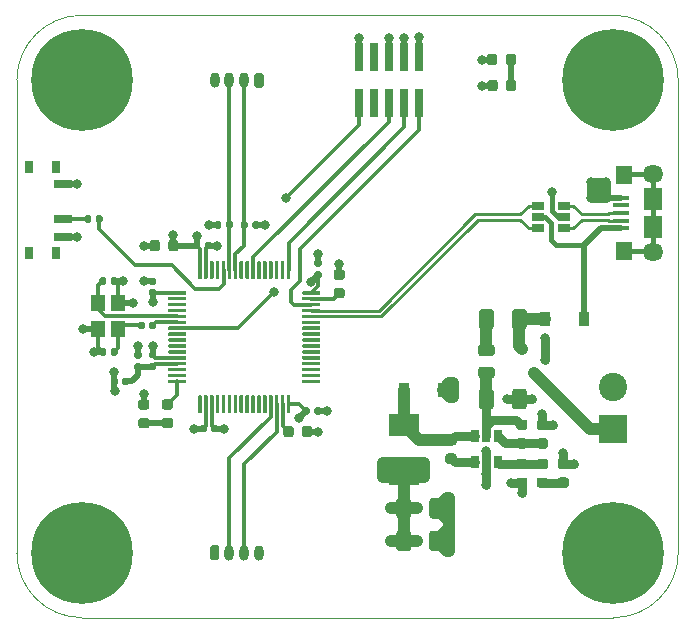
<source format=gbr>
%TF.GenerationSoftware,KiCad,Pcbnew,5.1.10-88a1d61d58~90~ubuntu21.04.1*%
%TF.CreationDate,2021-07-25T10:33:28+05:30*%
%TF.ProjectId,_autosave-STM tinker,5f617574-6f73-4617-9665-2d53544d2074,rev?*%
%TF.SameCoordinates,Original*%
%TF.FileFunction,Copper,L1,Top*%
%TF.FilePolarity,Positive*%
%FSLAX46Y46*%
G04 Gerber Fmt 4.6, Leading zero omitted, Abs format (unit mm)*
G04 Created by KiCad (PCBNEW 5.1.10-88a1d61d58~90~ubuntu21.04.1) date 2021-07-25 10:33:28*
%MOMM*%
%LPD*%
G01*
G04 APERTURE LIST*
%TA.AperFunction,Profile*%
%ADD10C,0.050000*%
%TD*%
%TA.AperFunction,SMDPad,CuDef*%
%ADD11R,1.500000X0.700000*%
%TD*%
%TA.AperFunction,SMDPad,CuDef*%
%ADD12R,0.800000X1.000000*%
%TD*%
%TA.AperFunction,SMDPad,CuDef*%
%ADD13R,0.740000X2.400000*%
%TD*%
%TA.AperFunction,SMDPad,CuDef*%
%ADD14R,0.900000X1.200000*%
%TD*%
%TA.AperFunction,ComponentPad*%
%ADD15C,8.600000*%
%TD*%
%TA.AperFunction,ComponentPad*%
%ADD16C,0.900000*%
%TD*%
%TA.AperFunction,ComponentPad*%
%ADD17R,2.400000X2.400000*%
%TD*%
%TA.AperFunction,ComponentPad*%
%ADD18C,2.400000*%
%TD*%
%TA.AperFunction,ComponentPad*%
%ADD19O,0.800000X1.300000*%
%TD*%
%TA.AperFunction,SMDPad,CuDef*%
%ADD20R,1.350000X0.400000*%
%TD*%
%TA.AperFunction,ComponentPad*%
%ADD21O,1.750000X1.500000*%
%TD*%
%TA.AperFunction,SMDPad,CuDef*%
%ADD22R,1.400000X1.600000*%
%TD*%
%TA.AperFunction,SMDPad,CuDef*%
%ADD23R,1.600000X1.900000*%
%TD*%
%TA.AperFunction,SMDPad,CuDef*%
%ADD24R,2.500000X1.900000*%
%TD*%
%TA.AperFunction,SMDPad,CuDef*%
%ADD25R,0.800000X0.900000*%
%TD*%
%TA.AperFunction,SMDPad,CuDef*%
%ADD26R,0.650000X1.060000*%
%TD*%
%TA.AperFunction,SMDPad,CuDef*%
%ADD27R,1.060000X0.650000*%
%TD*%
%TA.AperFunction,SMDPad,CuDef*%
%ADD28R,1.200000X1.400000*%
%TD*%
%TA.AperFunction,ViaPad*%
%ADD29C,0.800000*%
%TD*%
%TA.AperFunction,Conductor*%
%ADD30C,1.000000*%
%TD*%
%TA.AperFunction,Conductor*%
%ADD31C,0.750000*%
%TD*%
%TA.AperFunction,Conductor*%
%ADD32C,0.300000*%
%TD*%
%TA.AperFunction,Conductor*%
%ADD33C,0.500000*%
%TD*%
%TA.AperFunction,Conductor*%
%ADD34C,0.400000*%
%TD*%
%TA.AperFunction,Conductor*%
%ADD35C,0.261112*%
%TD*%
G04 APERTURE END LIST*
D10*
X30750000Y-41000000D02*
G75*
G02*
X36250000Y-35500000I5500000J0D01*
G01*
X36250000Y-86500000D02*
G75*
G02*
X30750000Y-81000000I0J5500000D01*
G01*
X86750000Y-81000000D02*
G75*
G02*
X81250000Y-86500000I-5500000J0D01*
G01*
X81250000Y-35500000D02*
G75*
G02*
X86750000Y-41000000I0J-5500000D01*
G01*
X30750000Y-81000000D02*
X30750000Y-41000000D01*
X81250000Y-86500000D02*
X36250000Y-86500000D01*
X86750000Y-41000000D02*
X86750000Y-81000000D01*
X36250000Y-35500000D02*
X81250000Y-35500000D01*
D11*
%TO.P,SW1,1*%
%TO.N,+3V3*%
X34680000Y-49750000D03*
%TO.P,SW1,2*%
%TO.N,Net-(R7-Pad1)*%
X34680000Y-52750000D03*
%TO.P,SW1,3*%
%TO.N,GND*%
X34680000Y-54250000D03*
D12*
%TO.P,SW1,*%
%TO.N,*%
X31820000Y-48350000D03*
X31820000Y-55650000D03*
X34030000Y-55650000D03*
X34030000Y-48350000D03*
%TD*%
D13*
%TO.P,J2,10*%
%TO.N,NRST*%
X59710000Y-42950000D03*
%TO.P,J2,9*%
%TO.N,GND*%
X59710000Y-39050000D03*
%TO.P,J2,8*%
%TO.N,Net-(J2-Pad8)*%
X60980000Y-42950000D03*
%TO.P,J2,7*%
%TO.N,Net-(J2-Pad7)*%
X60980000Y-39050000D03*
%TO.P,J2,6*%
%TO.N,SWO*%
X62250000Y-42950000D03*
%TO.P,J2,5*%
%TO.N,GND*%
X62250000Y-39050000D03*
%TO.P,J2,4*%
%TO.N,SWCLK*%
X63520000Y-42950000D03*
%TO.P,J2,3*%
%TO.N,GND*%
X63520000Y-39050000D03*
%TO.P,J2,2*%
%TO.N,SWDIO*%
X64790000Y-42950000D03*
%TO.P,J2,1*%
%TO.N,+3V3*%
X64790000Y-39050000D03*
%TD*%
%TO.P,C1,1*%
%TO.N,BUCK_IN*%
%TA.AperFunction,SMDPad,CuDef*%
G36*
G01*
X69875000Y-68625000D02*
X69875000Y-67375000D01*
G75*
G02*
X70125000Y-67125000I250000J0D01*
G01*
X70875000Y-67125000D01*
G75*
G02*
X71125000Y-67375000I0J-250000D01*
G01*
X71125000Y-68625000D01*
G75*
G02*
X70875000Y-68875000I-250000J0D01*
G01*
X70125000Y-68875000D01*
G75*
G02*
X69875000Y-68625000I0J250000D01*
G01*
G37*
%TD.AperFunction*%
%TO.P,C1,2*%
%TO.N,GND*%
%TA.AperFunction,SMDPad,CuDef*%
G36*
G01*
X72675000Y-68625000D02*
X72675000Y-67375000D01*
G75*
G02*
X72925000Y-67125000I250000J0D01*
G01*
X73675000Y-67125000D01*
G75*
G02*
X73925000Y-67375000I0J-250000D01*
G01*
X73925000Y-68625000D01*
G75*
G02*
X73675000Y-68875000I-250000J0D01*
G01*
X72925000Y-68875000D01*
G75*
G02*
X72675000Y-68625000I0J250000D01*
G01*
G37*
%TD.AperFunction*%
%TD*%
%TO.P,C2,1*%
%TO.N,+3V3*%
%TA.AperFunction,SMDPad,CuDef*%
G36*
G01*
X62875000Y-77875000D02*
X62875000Y-76625000D01*
G75*
G02*
X63125000Y-76375000I250000J0D01*
G01*
X63875000Y-76375000D01*
G75*
G02*
X64125000Y-76625000I0J-250000D01*
G01*
X64125000Y-77875000D01*
G75*
G02*
X63875000Y-78125000I-250000J0D01*
G01*
X63125000Y-78125000D01*
G75*
G02*
X62875000Y-77875000I0J250000D01*
G01*
G37*
%TD.AperFunction*%
%TO.P,C2,2*%
%TO.N,GND*%
%TA.AperFunction,SMDPad,CuDef*%
G36*
G01*
X65675000Y-77875000D02*
X65675000Y-76625000D01*
G75*
G02*
X65925000Y-76375000I250000J0D01*
G01*
X66675000Y-76375000D01*
G75*
G02*
X66925000Y-76625000I0J-250000D01*
G01*
X66925000Y-77875000D01*
G75*
G02*
X66675000Y-78125000I-250000J0D01*
G01*
X65925000Y-78125000D01*
G75*
G02*
X65675000Y-77875000I0J250000D01*
G01*
G37*
%TD.AperFunction*%
%TD*%
%TO.P,C3,2*%
%TO.N,GND*%
%TA.AperFunction,SMDPad,CuDef*%
G36*
G01*
X65675000Y-80625000D02*
X65675000Y-79375000D01*
G75*
G02*
X65925000Y-79125000I250000J0D01*
G01*
X66675000Y-79125000D01*
G75*
G02*
X66925000Y-79375000I0J-250000D01*
G01*
X66925000Y-80625000D01*
G75*
G02*
X66675000Y-80875000I-250000J0D01*
G01*
X65925000Y-80875000D01*
G75*
G02*
X65675000Y-80625000I0J250000D01*
G01*
G37*
%TD.AperFunction*%
%TO.P,C3,1*%
%TO.N,+3V3*%
%TA.AperFunction,SMDPad,CuDef*%
G36*
G01*
X62875000Y-80625000D02*
X62875000Y-79375000D01*
G75*
G02*
X63125000Y-79125000I250000J0D01*
G01*
X63875000Y-79125000D01*
G75*
G02*
X64125000Y-79375000I0J-250000D01*
G01*
X64125000Y-80625000D01*
G75*
G02*
X63875000Y-80875000I-250000J0D01*
G01*
X63125000Y-80875000D01*
G75*
G02*
X62875000Y-80625000I0J250000D01*
G01*
G37*
%TD.AperFunction*%
%TD*%
%TO.P,C4,1*%
%TO.N,BUCK_SW*%
%TA.AperFunction,SMDPad,CuDef*%
G36*
G01*
X67243750Y-71025000D02*
X67756250Y-71025000D01*
G75*
G02*
X67975000Y-71243750I0J-218750D01*
G01*
X67975000Y-71681250D01*
G75*
G02*
X67756250Y-71900000I-218750J0D01*
G01*
X67243750Y-71900000D01*
G75*
G02*
X67025000Y-71681250I0J218750D01*
G01*
X67025000Y-71243750D01*
G75*
G02*
X67243750Y-71025000I218750J0D01*
G01*
G37*
%TD.AperFunction*%
%TO.P,C4,2*%
%TO.N,BUCK_BST*%
%TA.AperFunction,SMDPad,CuDef*%
G36*
G01*
X67243750Y-72600000D02*
X67756250Y-72600000D01*
G75*
G02*
X67975000Y-72818750I0J-218750D01*
G01*
X67975000Y-73256250D01*
G75*
G02*
X67756250Y-73475000I-218750J0D01*
G01*
X67243750Y-73475000D01*
G75*
G02*
X67025000Y-73256250I0J218750D01*
G01*
X67025000Y-72818750D01*
G75*
G02*
X67243750Y-72600000I218750J0D01*
G01*
G37*
%TD.AperFunction*%
%TD*%
%TO.P,C5,2*%
%TO.N,GND*%
%TA.AperFunction,SMDPad,CuDef*%
G36*
G01*
X42862500Y-54743750D02*
X42862500Y-55256250D01*
G75*
G02*
X42643750Y-55475000I-218750J0D01*
G01*
X42206250Y-55475000D01*
G75*
G02*
X41987500Y-55256250I0J218750D01*
G01*
X41987500Y-54743750D01*
G75*
G02*
X42206250Y-54525000I218750J0D01*
G01*
X42643750Y-54525000D01*
G75*
G02*
X42862500Y-54743750I0J-218750D01*
G01*
G37*
%TD.AperFunction*%
%TO.P,C5,1*%
%TO.N,+3V3*%
%TA.AperFunction,SMDPad,CuDef*%
G36*
G01*
X44437500Y-54743750D02*
X44437500Y-55256250D01*
G75*
G02*
X44218750Y-55475000I-218750J0D01*
G01*
X43781250Y-55475000D01*
G75*
G02*
X43562500Y-55256250I0J218750D01*
G01*
X43562500Y-54743750D01*
G75*
G02*
X43781250Y-54525000I218750J0D01*
G01*
X44218750Y-54525000D01*
G75*
G02*
X44437500Y-54743750I0J-218750D01*
G01*
G37*
%TD.AperFunction*%
%TD*%
%TO.P,C6,2*%
%TO.N,GND*%
%TA.AperFunction,SMDPad,CuDef*%
G36*
G01*
X42422500Y-58325000D02*
X42077500Y-58325000D01*
G75*
G02*
X41930000Y-58177500I0J147500D01*
G01*
X41930000Y-57882500D01*
G75*
G02*
X42077500Y-57735000I147500J0D01*
G01*
X42422500Y-57735000D01*
G75*
G02*
X42570000Y-57882500I0J-147500D01*
G01*
X42570000Y-58177500D01*
G75*
G02*
X42422500Y-58325000I-147500J0D01*
G01*
G37*
%TD.AperFunction*%
%TO.P,C6,1*%
%TO.N,+3V3*%
%TA.AperFunction,SMDPad,CuDef*%
G36*
G01*
X42422500Y-59295000D02*
X42077500Y-59295000D01*
G75*
G02*
X41930000Y-59147500I0J147500D01*
G01*
X41930000Y-58852500D01*
G75*
G02*
X42077500Y-58705000I147500J0D01*
G01*
X42422500Y-58705000D01*
G75*
G02*
X42570000Y-58852500I0J-147500D01*
G01*
X42570000Y-59147500D01*
G75*
G02*
X42422500Y-59295000I-147500J0D01*
G01*
G37*
%TD.AperFunction*%
%TD*%
%TO.P,C7,1*%
%TO.N,+3V3*%
%TA.AperFunction,SMDPad,CuDef*%
G36*
G01*
X47795000Y-70327500D02*
X47795000Y-70672500D01*
G75*
G02*
X47647500Y-70820000I-147500J0D01*
G01*
X47352500Y-70820000D01*
G75*
G02*
X47205000Y-70672500I0J147500D01*
G01*
X47205000Y-70327500D01*
G75*
G02*
X47352500Y-70180000I147500J0D01*
G01*
X47647500Y-70180000D01*
G75*
G02*
X47795000Y-70327500I0J-147500D01*
G01*
G37*
%TD.AperFunction*%
%TO.P,C7,2*%
%TO.N,GND*%
%TA.AperFunction,SMDPad,CuDef*%
G36*
G01*
X46825000Y-70327500D02*
X46825000Y-70672500D01*
G75*
G02*
X46677500Y-70820000I-147500J0D01*
G01*
X46382500Y-70820000D01*
G75*
G02*
X46235000Y-70672500I0J147500D01*
G01*
X46235000Y-70327500D01*
G75*
G02*
X46382500Y-70180000I147500J0D01*
G01*
X46677500Y-70180000D01*
G75*
G02*
X46825000Y-70327500I0J-147500D01*
G01*
G37*
%TD.AperFunction*%
%TD*%
%TO.P,C8,2*%
%TO.N,GND*%
%TA.AperFunction,SMDPad,CuDef*%
G36*
G01*
X55925000Y-69172500D02*
X55925000Y-68827500D01*
G75*
G02*
X56072500Y-68680000I147500J0D01*
G01*
X56367500Y-68680000D01*
G75*
G02*
X56515000Y-68827500I0J-147500D01*
G01*
X56515000Y-69172500D01*
G75*
G02*
X56367500Y-69320000I-147500J0D01*
G01*
X56072500Y-69320000D01*
G75*
G02*
X55925000Y-69172500I0J147500D01*
G01*
G37*
%TD.AperFunction*%
%TO.P,C8,1*%
%TO.N,+3V3*%
%TA.AperFunction,SMDPad,CuDef*%
G36*
G01*
X54955000Y-69172500D02*
X54955000Y-68827500D01*
G75*
G02*
X55102500Y-68680000I147500J0D01*
G01*
X55397500Y-68680000D01*
G75*
G02*
X55545000Y-68827500I0J-147500D01*
G01*
X55545000Y-69172500D01*
G75*
G02*
X55397500Y-69320000I-147500J0D01*
G01*
X55102500Y-69320000D01*
G75*
G02*
X54955000Y-69172500I0J147500D01*
G01*
G37*
%TD.AperFunction*%
%TD*%
%TO.P,C9,1*%
%TO.N,+3V3*%
%TA.AperFunction,SMDPad,CuDef*%
G36*
G01*
X56422500Y-57765000D02*
X56077500Y-57765000D01*
G75*
G02*
X55930000Y-57617500I0J147500D01*
G01*
X55930000Y-57322500D01*
G75*
G02*
X56077500Y-57175000I147500J0D01*
G01*
X56422500Y-57175000D01*
G75*
G02*
X56570000Y-57322500I0J-147500D01*
G01*
X56570000Y-57617500D01*
G75*
G02*
X56422500Y-57765000I-147500J0D01*
G01*
G37*
%TD.AperFunction*%
%TO.P,C9,2*%
%TO.N,GND*%
%TA.AperFunction,SMDPad,CuDef*%
G36*
G01*
X56422500Y-56795000D02*
X56077500Y-56795000D01*
G75*
G02*
X55930000Y-56647500I0J147500D01*
G01*
X55930000Y-56352500D01*
G75*
G02*
X56077500Y-56205000I147500J0D01*
G01*
X56422500Y-56205000D01*
G75*
G02*
X56570000Y-56352500I0J-147500D01*
G01*
X56570000Y-56647500D01*
G75*
G02*
X56422500Y-56795000I-147500J0D01*
G01*
G37*
%TD.AperFunction*%
%TD*%
%TO.P,C10,2*%
%TO.N,GND*%
%TA.AperFunction,SMDPad,CuDef*%
G36*
G01*
X46675000Y-55172500D02*
X46675000Y-54827500D01*
G75*
G02*
X46822500Y-54680000I147500J0D01*
G01*
X47117500Y-54680000D01*
G75*
G02*
X47265000Y-54827500I0J-147500D01*
G01*
X47265000Y-55172500D01*
G75*
G02*
X47117500Y-55320000I-147500J0D01*
G01*
X46822500Y-55320000D01*
G75*
G02*
X46675000Y-55172500I0J147500D01*
G01*
G37*
%TD.AperFunction*%
%TO.P,C10,1*%
%TO.N,+3V3*%
%TA.AperFunction,SMDPad,CuDef*%
G36*
G01*
X45705000Y-55172500D02*
X45705000Y-54827500D01*
G75*
G02*
X45852500Y-54680000I147500J0D01*
G01*
X46147500Y-54680000D01*
G75*
G02*
X46295000Y-54827500I0J-147500D01*
G01*
X46295000Y-55172500D01*
G75*
G02*
X46147500Y-55320000I-147500J0D01*
G01*
X45852500Y-55320000D01*
G75*
G02*
X45705000Y-55172500I0J147500D01*
G01*
G37*
%TD.AperFunction*%
%TD*%
%TO.P,C11,1*%
%TO.N,+3.3VA*%
%TA.AperFunction,SMDPad,CuDef*%
G36*
G01*
X41172500Y-65545000D02*
X40827500Y-65545000D01*
G75*
G02*
X40680000Y-65397500I0J147500D01*
G01*
X40680000Y-65102500D01*
G75*
G02*
X40827500Y-64955000I147500J0D01*
G01*
X41172500Y-64955000D01*
G75*
G02*
X41320000Y-65102500I0J-147500D01*
G01*
X41320000Y-65397500D01*
G75*
G02*
X41172500Y-65545000I-147500J0D01*
G01*
G37*
%TD.AperFunction*%
%TO.P,C11,2*%
%TO.N,GND*%
%TA.AperFunction,SMDPad,CuDef*%
G36*
G01*
X41172500Y-64575000D02*
X40827500Y-64575000D01*
G75*
G02*
X40680000Y-64427500I0J147500D01*
G01*
X40680000Y-64132500D01*
G75*
G02*
X40827500Y-63985000I147500J0D01*
G01*
X41172500Y-63985000D01*
G75*
G02*
X41320000Y-64132500I0J-147500D01*
G01*
X41320000Y-64427500D01*
G75*
G02*
X41172500Y-64575000I-147500J0D01*
G01*
G37*
%TD.AperFunction*%
%TD*%
%TO.P,C12,1*%
%TO.N,+3.3VA*%
%TA.AperFunction,SMDPad,CuDef*%
G36*
G01*
X42422500Y-65530000D02*
X42077500Y-65530000D01*
G75*
G02*
X41930000Y-65382500I0J147500D01*
G01*
X41930000Y-65087500D01*
G75*
G02*
X42077500Y-64940000I147500J0D01*
G01*
X42422500Y-64940000D01*
G75*
G02*
X42570000Y-65087500I0J-147500D01*
G01*
X42570000Y-65382500D01*
G75*
G02*
X42422500Y-65530000I-147500J0D01*
G01*
G37*
%TD.AperFunction*%
%TO.P,C12,2*%
%TO.N,GND*%
%TA.AperFunction,SMDPad,CuDef*%
G36*
G01*
X42422500Y-64560000D02*
X42077500Y-64560000D01*
G75*
G02*
X41930000Y-64412500I0J147500D01*
G01*
X41930000Y-64117500D01*
G75*
G02*
X42077500Y-63970000I147500J0D01*
G01*
X42422500Y-63970000D01*
G75*
G02*
X42570000Y-64117500I0J-147500D01*
G01*
X42570000Y-64412500D01*
G75*
G02*
X42422500Y-64560000I-147500J0D01*
G01*
G37*
%TD.AperFunction*%
%TD*%
%TO.P,C13,1*%
%TO.N,Net-(C13-Pad1)*%
%TA.AperFunction,SMDPad,CuDef*%
G36*
G01*
X53312500Y-71006250D02*
X53312500Y-70493750D01*
G75*
G02*
X53531250Y-70275000I218750J0D01*
G01*
X53968750Y-70275000D01*
G75*
G02*
X54187500Y-70493750I0J-218750D01*
G01*
X54187500Y-71006250D01*
G75*
G02*
X53968750Y-71225000I-218750J0D01*
G01*
X53531250Y-71225000D01*
G75*
G02*
X53312500Y-71006250I0J218750D01*
G01*
G37*
%TD.AperFunction*%
%TO.P,C13,2*%
%TO.N,GND*%
%TA.AperFunction,SMDPad,CuDef*%
G36*
G01*
X54887500Y-71006250D02*
X54887500Y-70493750D01*
G75*
G02*
X55106250Y-70275000I218750J0D01*
G01*
X55543750Y-70275000D01*
G75*
G02*
X55762500Y-70493750I0J-218750D01*
G01*
X55762500Y-71006250D01*
G75*
G02*
X55543750Y-71225000I-218750J0D01*
G01*
X55106250Y-71225000D01*
G75*
G02*
X54887500Y-71006250I0J218750D01*
G01*
G37*
%TD.AperFunction*%
%TD*%
%TO.P,C14,2*%
%TO.N,GND*%
%TA.AperFunction,SMDPad,CuDef*%
G36*
G01*
X58293750Y-57900000D02*
X57781250Y-57900000D01*
G75*
G02*
X57562500Y-57681250I0J218750D01*
G01*
X57562500Y-57243750D01*
G75*
G02*
X57781250Y-57025000I218750J0D01*
G01*
X58293750Y-57025000D01*
G75*
G02*
X58512500Y-57243750I0J-218750D01*
G01*
X58512500Y-57681250D01*
G75*
G02*
X58293750Y-57900000I-218750J0D01*
G01*
G37*
%TD.AperFunction*%
%TO.P,C14,1*%
%TO.N,Net-(C14-Pad1)*%
%TA.AperFunction,SMDPad,CuDef*%
G36*
G01*
X58293750Y-59475000D02*
X57781250Y-59475000D01*
G75*
G02*
X57562500Y-59256250I0J218750D01*
G01*
X57562500Y-58818750D01*
G75*
G02*
X57781250Y-58600000I218750J0D01*
G01*
X58293750Y-58600000D01*
G75*
G02*
X58512500Y-58818750I0J-218750D01*
G01*
X58512500Y-59256250D01*
G75*
G02*
X58293750Y-59475000I-218750J0D01*
G01*
G37*
%TD.AperFunction*%
%TD*%
%TO.P,C15,2*%
%TO.N,GND*%
%TA.AperFunction,SMDPad,CuDef*%
G36*
G01*
X38690000Y-58172500D02*
X38690000Y-57827500D01*
G75*
G02*
X38837500Y-57680000I147500J0D01*
G01*
X39132500Y-57680000D01*
G75*
G02*
X39280000Y-57827500I0J-147500D01*
G01*
X39280000Y-58172500D01*
G75*
G02*
X39132500Y-58320000I-147500J0D01*
G01*
X38837500Y-58320000D01*
G75*
G02*
X38690000Y-58172500I0J147500D01*
G01*
G37*
%TD.AperFunction*%
%TO.P,C15,1*%
%TO.N,HSE_IN*%
%TA.AperFunction,SMDPad,CuDef*%
G36*
G01*
X37720000Y-58172500D02*
X37720000Y-57827500D01*
G75*
G02*
X37867500Y-57680000I147500J0D01*
G01*
X38162500Y-57680000D01*
G75*
G02*
X38310000Y-57827500I0J-147500D01*
G01*
X38310000Y-58172500D01*
G75*
G02*
X38162500Y-58320000I-147500J0D01*
G01*
X37867500Y-58320000D01*
G75*
G02*
X37720000Y-58172500I0J147500D01*
G01*
G37*
%TD.AperFunction*%
%TD*%
%TO.P,C16,1*%
%TO.N,Net-(C16-Pad1)*%
%TA.AperFunction,SMDPad,CuDef*%
G36*
G01*
X39280000Y-63827500D02*
X39280000Y-64172500D01*
G75*
G02*
X39132500Y-64320000I-147500J0D01*
G01*
X38837500Y-64320000D01*
G75*
G02*
X38690000Y-64172500I0J147500D01*
G01*
X38690000Y-63827500D01*
G75*
G02*
X38837500Y-63680000I147500J0D01*
G01*
X39132500Y-63680000D01*
G75*
G02*
X39280000Y-63827500I0J-147500D01*
G01*
G37*
%TD.AperFunction*%
%TO.P,C16,2*%
%TO.N,GND*%
%TA.AperFunction,SMDPad,CuDef*%
G36*
G01*
X38310000Y-63827500D02*
X38310000Y-64172500D01*
G75*
G02*
X38162500Y-64320000I-147500J0D01*
G01*
X37867500Y-64320000D01*
G75*
G02*
X37720000Y-64172500I0J147500D01*
G01*
X37720000Y-63827500D01*
G75*
G02*
X37867500Y-63680000I147500J0D01*
G01*
X38162500Y-63680000D01*
G75*
G02*
X38310000Y-63827500I0J-147500D01*
G01*
G37*
%TD.AperFunction*%
%TD*%
D14*
%TO.P,D1,2*%
%TO.N,+5V*%
X78800000Y-61250000D03*
%TO.P,D1,1*%
%TO.N,Net-(D1-Pad1)*%
X75500000Y-61250000D03*
%TD*%
%TO.P,D2,1*%
%TO.N,BUCK_SW*%
X63500000Y-67250000D03*
%TO.P,D2,2*%
%TO.N,GND*%
X66800000Y-67250000D03*
%TD*%
%TO.P,D3,2*%
%TO.N,+3V3*%
%TA.AperFunction,SMDPad,CuDef*%
G36*
G01*
X71437500Y-38993750D02*
X71437500Y-39506250D01*
G75*
G02*
X71218750Y-39725000I-218750J0D01*
G01*
X70781250Y-39725000D01*
G75*
G02*
X70562500Y-39506250I0J218750D01*
G01*
X70562500Y-38993750D01*
G75*
G02*
X70781250Y-38775000I218750J0D01*
G01*
X71218750Y-38775000D01*
G75*
G02*
X71437500Y-38993750I0J-218750D01*
G01*
G37*
%TD.AperFunction*%
%TO.P,D3,1*%
%TO.N,Net-(D3-Pad1)*%
%TA.AperFunction,SMDPad,CuDef*%
G36*
G01*
X73012500Y-38993750D02*
X73012500Y-39506250D01*
G75*
G02*
X72793750Y-39725000I-218750J0D01*
G01*
X72356250Y-39725000D01*
G75*
G02*
X72137500Y-39506250I0J218750D01*
G01*
X72137500Y-38993750D01*
G75*
G02*
X72356250Y-38775000I218750J0D01*
G01*
X72793750Y-38775000D01*
G75*
G02*
X73012500Y-38993750I0J-218750D01*
G01*
G37*
%TD.AperFunction*%
%TD*%
%TO.P,D4,1*%
%TO.N,Net-(D4-Pad1)*%
%TA.AperFunction,SMDPad,CuDef*%
G36*
G01*
X43756250Y-70475000D02*
X43243750Y-70475000D01*
G75*
G02*
X43025000Y-70256250I0J218750D01*
G01*
X43025000Y-69818750D01*
G75*
G02*
X43243750Y-69600000I218750J0D01*
G01*
X43756250Y-69600000D01*
G75*
G02*
X43975000Y-69818750I0J-218750D01*
G01*
X43975000Y-70256250D01*
G75*
G02*
X43756250Y-70475000I-218750J0D01*
G01*
G37*
%TD.AperFunction*%
%TO.P,D4,2*%
%TO.N,LED_STATUS*%
%TA.AperFunction,SMDPad,CuDef*%
G36*
G01*
X43756250Y-68900000D02*
X43243750Y-68900000D01*
G75*
G02*
X43025000Y-68681250I0J218750D01*
G01*
X43025000Y-68243750D01*
G75*
G02*
X43243750Y-68025000I218750J0D01*
G01*
X43756250Y-68025000D01*
G75*
G02*
X43975000Y-68243750I0J-218750D01*
G01*
X43975000Y-68681250D01*
G75*
G02*
X43756250Y-68900000I-218750J0D01*
G01*
G37*
%TD.AperFunction*%
%TD*%
%TO.P,F1,1*%
%TO.N,Net-(F1-Pad1)*%
%TA.AperFunction,SMDPad,CuDef*%
G36*
G01*
X69875000Y-61875000D02*
X69875000Y-60625000D01*
G75*
G02*
X70125000Y-60375000I250000J0D01*
G01*
X70875000Y-60375000D01*
G75*
G02*
X71125000Y-60625000I0J-250000D01*
G01*
X71125000Y-61875000D01*
G75*
G02*
X70875000Y-62125000I-250000J0D01*
G01*
X70125000Y-62125000D01*
G75*
G02*
X69875000Y-61875000I0J250000D01*
G01*
G37*
%TD.AperFunction*%
%TO.P,F1,2*%
%TO.N,Net-(D1-Pad1)*%
%TA.AperFunction,SMDPad,CuDef*%
G36*
G01*
X72675000Y-61875000D02*
X72675000Y-60625000D01*
G75*
G02*
X72925000Y-60375000I250000J0D01*
G01*
X73675000Y-60375000D01*
G75*
G02*
X73925000Y-60625000I0J-250000D01*
G01*
X73925000Y-61875000D01*
G75*
G02*
X73675000Y-62125000I-250000J0D01*
G01*
X72925000Y-62125000D01*
G75*
G02*
X72675000Y-61875000I0J250000D01*
G01*
G37*
%TD.AperFunction*%
%TD*%
%TO.P,FB1,1*%
%TO.N,BUCK_IN*%
%TA.AperFunction,SMDPad,CuDef*%
G36*
G01*
X70956250Y-66237500D02*
X70043750Y-66237500D01*
G75*
G02*
X69800000Y-65993750I0J243750D01*
G01*
X69800000Y-65506250D01*
G75*
G02*
X70043750Y-65262500I243750J0D01*
G01*
X70956250Y-65262500D01*
G75*
G02*
X71200000Y-65506250I0J-243750D01*
G01*
X71200000Y-65993750D01*
G75*
G02*
X70956250Y-66237500I-243750J0D01*
G01*
G37*
%TD.AperFunction*%
%TO.P,FB1,2*%
%TO.N,Net-(F1-Pad1)*%
%TA.AperFunction,SMDPad,CuDef*%
G36*
G01*
X70956250Y-64362500D02*
X70043750Y-64362500D01*
G75*
G02*
X69800000Y-64118750I0J243750D01*
G01*
X69800000Y-63631250D01*
G75*
G02*
X70043750Y-63387500I243750J0D01*
G01*
X70956250Y-63387500D01*
G75*
G02*
X71200000Y-63631250I0J-243750D01*
G01*
X71200000Y-64118750D01*
G75*
G02*
X70956250Y-64362500I-243750J0D01*
G01*
G37*
%TD.AperFunction*%
%TD*%
D15*
%TO.P,H1,1*%
%TO.N,GND*%
X81250000Y-41000000D03*
D16*
X84475000Y-41000000D03*
X83530419Y-43280419D03*
X81250000Y-44225000D03*
X78969581Y-43280419D03*
X78025000Y-41000000D03*
X78969581Y-38719581D03*
X81250000Y-37775000D03*
X83530419Y-38719581D03*
%TD*%
%TO.P,H2,1*%
%TO.N,GND*%
X83530419Y-78719581D03*
X81250000Y-77775000D03*
X78969581Y-78719581D03*
X78025000Y-81000000D03*
X78969581Y-83280419D03*
X81250000Y-84225000D03*
X83530419Y-83280419D03*
X84475000Y-81000000D03*
D15*
X81250000Y-81000000D03*
%TD*%
%TO.P,H3,1*%
%TO.N,GND*%
X36250000Y-81000000D03*
D16*
X39475000Y-81000000D03*
X38530419Y-83280419D03*
X36250000Y-84225000D03*
X33969581Y-83280419D03*
X33025000Y-81000000D03*
X33969581Y-78719581D03*
X36250000Y-77775000D03*
X38530419Y-78719581D03*
%TD*%
%TO.P,H4,1*%
%TO.N,GND*%
X38530419Y-38719581D03*
X36250000Y-37775000D03*
X33969581Y-38719581D03*
X33025000Y-41000000D03*
X33969581Y-43280419D03*
X36250000Y-44225000D03*
X38530419Y-43280419D03*
X39475000Y-41000000D03*
D15*
X36250000Y-41000000D03*
%TD*%
D17*
%TO.P,J1,1*%
%TO.N,+12V*%
X81250000Y-70500000D03*
D18*
%TO.P,J1,2*%
%TO.N,GND*%
X81250000Y-67000000D03*
%TD*%
D19*
%TO.P,J3,4*%
%TO.N,GND*%
X47500000Y-41000000D03*
%TO.P,J3,3*%
%TO.N,I2C1_SDA*%
X48750000Y-41000000D03*
%TO.P,J3,2*%
%TO.N,I2C1_SCL*%
X50000000Y-41000000D03*
%TO.P,J3,1*%
%TO.N,+3V3*%
%TA.AperFunction,ComponentPad*%
G36*
G01*
X51650000Y-40550000D02*
X51650000Y-41450000D01*
G75*
G02*
X51450000Y-41650000I-200000J0D01*
G01*
X51050000Y-41650000D01*
G75*
G02*
X50850000Y-41450000I0J200000D01*
G01*
X50850000Y-40550000D01*
G75*
G02*
X51050000Y-40350000I200000J0D01*
G01*
X51450000Y-40350000D01*
G75*
G02*
X51650000Y-40550000I0J-200000D01*
G01*
G37*
%TD.AperFunction*%
%TD*%
%TO.P,J4,1*%
%TO.N,+3V3*%
%TA.AperFunction,ComponentPad*%
G36*
G01*
X47100000Y-81450000D02*
X47100000Y-80550000D01*
G75*
G02*
X47300000Y-80350000I200000J0D01*
G01*
X47700000Y-80350000D01*
G75*
G02*
X47900000Y-80550000I0J-200000D01*
G01*
X47900000Y-81450000D01*
G75*
G02*
X47700000Y-81650000I-200000J0D01*
G01*
X47300000Y-81650000D01*
G75*
G02*
X47100000Y-81450000I0J200000D01*
G01*
G37*
%TD.AperFunction*%
%TO.P,J4,2*%
%TO.N,USART3_TX*%
X48750000Y-81000000D03*
%TO.P,J4,3*%
%TO.N,USART3_RX*%
X50000000Y-81000000D03*
%TO.P,J4,4*%
%TO.N,GND*%
X51250000Y-81000000D03*
%TD*%
D20*
%TO.P,J5,1*%
%TO.N,+5V*%
X81900000Y-53550000D03*
%TO.P,J5,2*%
%TO.N,USB_CONN_D-*%
X81900000Y-52900000D03*
%TO.P,J5,3*%
%TO.N,USB_CONN_D+*%
X81900000Y-52250000D03*
%TO.P,J5,4*%
%TO.N,Net-(J5-Pad4)*%
X81900000Y-51600000D03*
%TO.P,J5,5*%
%TO.N,GND*%
X81900000Y-50950000D03*
D21*
%TO.P,J5,6*%
%TO.N,Net-(J5-Pad6)*%
X84575000Y-55550000D03*
X84575000Y-48950000D03*
D22*
X82125000Y-55450000D03*
D23*
X84575000Y-53450000D03*
X84575000Y-51050000D03*
D22*
X82125000Y-49050000D03*
%TD*%
D24*
%TO.P,L1,1*%
%TO.N,BUCK_SW*%
X63500000Y-70200000D03*
%TO.P,L1,2*%
%TO.N,+3V3*%
X63500000Y-74300000D03*
%TD*%
%TO.P,L2,1*%
%TO.N,+3V3*%
%TA.AperFunction,SMDPad,CuDef*%
G36*
G01*
X38720000Y-66672500D02*
X38720000Y-66327500D01*
G75*
G02*
X38867500Y-66180000I147500J0D01*
G01*
X39162500Y-66180000D01*
G75*
G02*
X39310000Y-66327500I0J-147500D01*
G01*
X39310000Y-66672500D01*
G75*
G02*
X39162500Y-66820000I-147500J0D01*
G01*
X38867500Y-66820000D01*
G75*
G02*
X38720000Y-66672500I0J147500D01*
G01*
G37*
%TD.AperFunction*%
%TO.P,L2,2*%
%TO.N,+3.3VA*%
%TA.AperFunction,SMDPad,CuDef*%
G36*
G01*
X39690000Y-66672500D02*
X39690000Y-66327500D01*
G75*
G02*
X39837500Y-66180000I147500J0D01*
G01*
X40132500Y-66180000D01*
G75*
G02*
X40280000Y-66327500I0J-147500D01*
G01*
X40280000Y-66672500D01*
G75*
G02*
X40132500Y-66820000I-147500J0D01*
G01*
X39837500Y-66820000D01*
G75*
G02*
X39690000Y-66672500I0J147500D01*
G01*
G37*
%TD.AperFunction*%
%TD*%
D25*
%TO.P,Q1,1*%
%TO.N,GND*%
X75450000Y-63750000D03*
%TO.P,Q1,2*%
%TO.N,Net-(D1-Pad1)*%
X73550000Y-63750000D03*
%TO.P,Q1,3*%
%TO.N,+12V*%
X74500000Y-65750000D03*
%TD*%
%TO.P,R1,2*%
%TO.N,BUCK_EN*%
%TA.AperFunction,SMDPad,CuDef*%
G36*
G01*
X73243750Y-71312500D02*
X73756250Y-71312500D01*
G75*
G02*
X73975000Y-71531250I0J-218750D01*
G01*
X73975000Y-71968750D01*
G75*
G02*
X73756250Y-72187500I-218750J0D01*
G01*
X73243750Y-72187500D01*
G75*
G02*
X73025000Y-71968750I0J218750D01*
G01*
X73025000Y-71531250D01*
G75*
G02*
X73243750Y-71312500I218750J0D01*
G01*
G37*
%TD.AperFunction*%
%TO.P,R1,1*%
%TO.N,BUCK_IN*%
%TA.AperFunction,SMDPad,CuDef*%
G36*
G01*
X73243750Y-69737500D02*
X73756250Y-69737500D01*
G75*
G02*
X73975000Y-69956250I0J-218750D01*
G01*
X73975000Y-70393750D01*
G75*
G02*
X73756250Y-70612500I-218750J0D01*
G01*
X73243750Y-70612500D01*
G75*
G02*
X73025000Y-70393750I0J218750D01*
G01*
X73025000Y-69956250D01*
G75*
G02*
X73243750Y-69737500I218750J0D01*
G01*
G37*
%TD.AperFunction*%
%TD*%
%TO.P,R2,1*%
%TO.N,BUCK_EN*%
%TA.AperFunction,SMDPad,CuDef*%
G36*
G01*
X75506250Y-72187500D02*
X74993750Y-72187500D01*
G75*
G02*
X74775000Y-71968750I0J218750D01*
G01*
X74775000Y-71531250D01*
G75*
G02*
X74993750Y-71312500I218750J0D01*
G01*
X75506250Y-71312500D01*
G75*
G02*
X75725000Y-71531250I0J-218750D01*
G01*
X75725000Y-71968750D01*
G75*
G02*
X75506250Y-72187500I-218750J0D01*
G01*
G37*
%TD.AperFunction*%
%TO.P,R2,2*%
%TO.N,GND*%
%TA.AperFunction,SMDPad,CuDef*%
G36*
G01*
X75506250Y-70612500D02*
X74993750Y-70612500D01*
G75*
G02*
X74775000Y-70393750I0J218750D01*
G01*
X74775000Y-69956250D01*
G75*
G02*
X74993750Y-69737500I218750J0D01*
G01*
X75506250Y-69737500D01*
G75*
G02*
X75725000Y-69956250I0J-218750D01*
G01*
X75725000Y-70393750D01*
G75*
G02*
X75506250Y-70612500I-218750J0D01*
G01*
G37*
%TD.AperFunction*%
%TD*%
%TO.P,R3,1*%
%TO.N,+3V3*%
%TA.AperFunction,SMDPad,CuDef*%
G36*
G01*
X73756250Y-75512500D02*
X73243750Y-75512500D01*
G75*
G02*
X73025000Y-75293750I0J218750D01*
G01*
X73025000Y-74856250D01*
G75*
G02*
X73243750Y-74637500I218750J0D01*
G01*
X73756250Y-74637500D01*
G75*
G02*
X73975000Y-74856250I0J-218750D01*
G01*
X73975000Y-75293750D01*
G75*
G02*
X73756250Y-75512500I-218750J0D01*
G01*
G37*
%TD.AperFunction*%
%TO.P,R3,2*%
%TO.N,BUCK_FB*%
%TA.AperFunction,SMDPad,CuDef*%
G36*
G01*
X73756250Y-73937500D02*
X73243750Y-73937500D01*
G75*
G02*
X73025000Y-73718750I0J218750D01*
G01*
X73025000Y-73281250D01*
G75*
G02*
X73243750Y-73062500I218750J0D01*
G01*
X73756250Y-73062500D01*
G75*
G02*
X73975000Y-73281250I0J-218750D01*
G01*
X73975000Y-73718750D01*
G75*
G02*
X73756250Y-73937500I-218750J0D01*
G01*
G37*
%TD.AperFunction*%
%TD*%
%TO.P,R4,1*%
%TO.N,BUCK_FB*%
%TA.AperFunction,SMDPad,CuDef*%
G36*
G01*
X74993750Y-73062500D02*
X75506250Y-73062500D01*
G75*
G02*
X75725000Y-73281250I0J-218750D01*
G01*
X75725000Y-73718750D01*
G75*
G02*
X75506250Y-73937500I-218750J0D01*
G01*
X74993750Y-73937500D01*
G75*
G02*
X74775000Y-73718750I0J218750D01*
G01*
X74775000Y-73281250D01*
G75*
G02*
X74993750Y-73062500I218750J0D01*
G01*
G37*
%TD.AperFunction*%
%TO.P,R4,2*%
%TO.N,Net-(R4-Pad2)*%
%TA.AperFunction,SMDPad,CuDef*%
G36*
G01*
X74993750Y-74637500D02*
X75506250Y-74637500D01*
G75*
G02*
X75725000Y-74856250I0J-218750D01*
G01*
X75725000Y-75293750D01*
G75*
G02*
X75506250Y-75512500I-218750J0D01*
G01*
X74993750Y-75512500D01*
G75*
G02*
X74775000Y-75293750I0J218750D01*
G01*
X74775000Y-74856250D01*
G75*
G02*
X74993750Y-74637500I218750J0D01*
G01*
G37*
%TD.AperFunction*%
%TD*%
%TO.P,R5,2*%
%TO.N,GND*%
%TA.AperFunction,SMDPad,CuDef*%
G36*
G01*
X77256250Y-73925000D02*
X76743750Y-73925000D01*
G75*
G02*
X76525000Y-73706250I0J218750D01*
G01*
X76525000Y-73268750D01*
G75*
G02*
X76743750Y-73050000I218750J0D01*
G01*
X77256250Y-73050000D01*
G75*
G02*
X77475000Y-73268750I0J-218750D01*
G01*
X77475000Y-73706250D01*
G75*
G02*
X77256250Y-73925000I-218750J0D01*
G01*
G37*
%TD.AperFunction*%
%TO.P,R5,1*%
%TO.N,Net-(R4-Pad2)*%
%TA.AperFunction,SMDPad,CuDef*%
G36*
G01*
X77256250Y-75500000D02*
X76743750Y-75500000D01*
G75*
G02*
X76525000Y-75281250I0J218750D01*
G01*
X76525000Y-74843750D01*
G75*
G02*
X76743750Y-74625000I218750J0D01*
G01*
X77256250Y-74625000D01*
G75*
G02*
X77475000Y-74843750I0J-218750D01*
G01*
X77475000Y-75281250D01*
G75*
G02*
X77256250Y-75500000I-218750J0D01*
G01*
G37*
%TD.AperFunction*%
%TD*%
%TO.P,R6,2*%
%TO.N,Net-(D3-Pad1)*%
%TA.AperFunction,SMDPad,CuDef*%
G36*
G01*
X72162500Y-41706250D02*
X72162500Y-41193750D01*
G75*
G02*
X72381250Y-40975000I218750J0D01*
G01*
X72818750Y-40975000D01*
G75*
G02*
X73037500Y-41193750I0J-218750D01*
G01*
X73037500Y-41706250D01*
G75*
G02*
X72818750Y-41925000I-218750J0D01*
G01*
X72381250Y-41925000D01*
G75*
G02*
X72162500Y-41706250I0J218750D01*
G01*
G37*
%TD.AperFunction*%
%TO.P,R6,1*%
%TO.N,GND*%
%TA.AperFunction,SMDPad,CuDef*%
G36*
G01*
X70587500Y-41706250D02*
X70587500Y-41193750D01*
G75*
G02*
X70806250Y-40975000I218750J0D01*
G01*
X71243750Y-40975000D01*
G75*
G02*
X71462500Y-41193750I0J-218750D01*
G01*
X71462500Y-41706250D01*
G75*
G02*
X71243750Y-41925000I-218750J0D01*
G01*
X70806250Y-41925000D01*
G75*
G02*
X70587500Y-41706250I0J218750D01*
G01*
G37*
%TD.AperFunction*%
%TD*%
%TO.P,R7,2*%
%TO.N,BOOT0*%
%TA.AperFunction,SMDPad,CuDef*%
G36*
G01*
X37425000Y-52922500D02*
X37425000Y-52577500D01*
G75*
G02*
X37572500Y-52430000I147500J0D01*
G01*
X37867500Y-52430000D01*
G75*
G02*
X38015000Y-52577500I0J-147500D01*
G01*
X38015000Y-52922500D01*
G75*
G02*
X37867500Y-53070000I-147500J0D01*
G01*
X37572500Y-53070000D01*
G75*
G02*
X37425000Y-52922500I0J147500D01*
G01*
G37*
%TD.AperFunction*%
%TO.P,R7,1*%
%TO.N,Net-(R7-Pad1)*%
%TA.AperFunction,SMDPad,CuDef*%
G36*
G01*
X36455000Y-52922500D02*
X36455000Y-52577500D01*
G75*
G02*
X36602500Y-52430000I147500J0D01*
G01*
X36897500Y-52430000D01*
G75*
G02*
X37045000Y-52577500I0J-147500D01*
G01*
X37045000Y-52922500D01*
G75*
G02*
X36897500Y-53070000I-147500J0D01*
G01*
X36602500Y-53070000D01*
G75*
G02*
X36455000Y-52922500I0J147500D01*
G01*
G37*
%TD.AperFunction*%
%TD*%
%TO.P,R8,1*%
%TO.N,HSE_OUT*%
%TA.AperFunction,SMDPad,CuDef*%
G36*
G01*
X42545000Y-61577500D02*
X42545000Y-61922500D01*
G75*
G02*
X42397500Y-62070000I-147500J0D01*
G01*
X42102500Y-62070000D01*
G75*
G02*
X41955000Y-61922500I0J147500D01*
G01*
X41955000Y-61577500D01*
G75*
G02*
X42102500Y-61430000I147500J0D01*
G01*
X42397500Y-61430000D01*
G75*
G02*
X42545000Y-61577500I0J-147500D01*
G01*
G37*
%TD.AperFunction*%
%TO.P,R8,2*%
%TO.N,Net-(C16-Pad1)*%
%TA.AperFunction,SMDPad,CuDef*%
G36*
G01*
X41575000Y-61577500D02*
X41575000Y-61922500D01*
G75*
G02*
X41427500Y-62070000I-147500J0D01*
G01*
X41132500Y-62070000D01*
G75*
G02*
X40985000Y-61922500I0J147500D01*
G01*
X40985000Y-61577500D01*
G75*
G02*
X41132500Y-61430000I147500J0D01*
G01*
X41427500Y-61430000D01*
G75*
G02*
X41575000Y-61577500I0J-147500D01*
G01*
G37*
%TD.AperFunction*%
%TD*%
%TO.P,R9,1*%
%TO.N,GND*%
%TA.AperFunction,SMDPad,CuDef*%
G36*
G01*
X41243750Y-68025000D02*
X41756250Y-68025000D01*
G75*
G02*
X41975000Y-68243750I0J-218750D01*
G01*
X41975000Y-68681250D01*
G75*
G02*
X41756250Y-68900000I-218750J0D01*
G01*
X41243750Y-68900000D01*
G75*
G02*
X41025000Y-68681250I0J218750D01*
G01*
X41025000Y-68243750D01*
G75*
G02*
X41243750Y-68025000I218750J0D01*
G01*
G37*
%TD.AperFunction*%
%TO.P,R9,2*%
%TO.N,Net-(D4-Pad1)*%
%TA.AperFunction,SMDPad,CuDef*%
G36*
G01*
X41243750Y-69600000D02*
X41756250Y-69600000D01*
G75*
G02*
X41975000Y-69818750I0J-218750D01*
G01*
X41975000Y-70256250D01*
G75*
G02*
X41756250Y-70475000I-218750J0D01*
G01*
X41243750Y-70475000D01*
G75*
G02*
X41025000Y-70256250I0J218750D01*
G01*
X41025000Y-69818750D01*
G75*
G02*
X41243750Y-69600000I218750J0D01*
G01*
G37*
%TD.AperFunction*%
%TD*%
%TO.P,R10,2*%
%TO.N,I2C1_SCL*%
%TA.AperFunction,SMDPad,CuDef*%
G36*
G01*
X50295000Y-53077500D02*
X50295000Y-53422500D01*
G75*
G02*
X50147500Y-53570000I-147500J0D01*
G01*
X49852500Y-53570000D01*
G75*
G02*
X49705000Y-53422500I0J147500D01*
G01*
X49705000Y-53077500D01*
G75*
G02*
X49852500Y-52930000I147500J0D01*
G01*
X50147500Y-52930000D01*
G75*
G02*
X50295000Y-53077500I0J-147500D01*
G01*
G37*
%TD.AperFunction*%
%TO.P,R10,1*%
%TO.N,+3V3*%
%TA.AperFunction,SMDPad,CuDef*%
G36*
G01*
X51265000Y-53077500D02*
X51265000Y-53422500D01*
G75*
G02*
X51117500Y-53570000I-147500J0D01*
G01*
X50822500Y-53570000D01*
G75*
G02*
X50675000Y-53422500I0J147500D01*
G01*
X50675000Y-53077500D01*
G75*
G02*
X50822500Y-52930000I147500J0D01*
G01*
X51117500Y-52930000D01*
G75*
G02*
X51265000Y-53077500I0J-147500D01*
G01*
G37*
%TD.AperFunction*%
%TD*%
%TO.P,R11,1*%
%TO.N,+3V3*%
%TA.AperFunction,SMDPad,CuDef*%
G36*
G01*
X47485000Y-53422500D02*
X47485000Y-53077500D01*
G75*
G02*
X47632500Y-52930000I147500J0D01*
G01*
X47927500Y-52930000D01*
G75*
G02*
X48075000Y-53077500I0J-147500D01*
G01*
X48075000Y-53422500D01*
G75*
G02*
X47927500Y-53570000I-147500J0D01*
G01*
X47632500Y-53570000D01*
G75*
G02*
X47485000Y-53422500I0J147500D01*
G01*
G37*
%TD.AperFunction*%
%TO.P,R11,2*%
%TO.N,I2C1_SDA*%
%TA.AperFunction,SMDPad,CuDef*%
G36*
G01*
X48455000Y-53422500D02*
X48455000Y-53077500D01*
G75*
G02*
X48602500Y-52930000I147500J0D01*
G01*
X48897500Y-52930000D01*
G75*
G02*
X49045000Y-53077500I0J-147500D01*
G01*
X49045000Y-53422500D01*
G75*
G02*
X48897500Y-53570000I-147500J0D01*
G01*
X48602500Y-53570000D01*
G75*
G02*
X48455000Y-53422500I0J147500D01*
G01*
G37*
%TD.AperFunction*%
%TD*%
D26*
%TO.P,U1,1*%
%TO.N,BUCK_BST*%
X69550000Y-73350000D03*
%TO.P,U1,2*%
%TO.N,GND*%
X70500000Y-73350000D03*
%TO.P,U1,3*%
%TO.N,BUCK_FB*%
X71450000Y-73350000D03*
%TO.P,U1,4*%
%TO.N,BUCK_EN*%
X71450000Y-71150000D03*
%TO.P,U1,6*%
%TO.N,BUCK_SW*%
X69550000Y-71150000D03*
%TO.P,U1,5*%
%TO.N,BUCK_IN*%
X70500000Y-71150000D03*
%TD*%
%TO.P,U2,1*%
%TO.N,+3V3*%
%TA.AperFunction,SMDPad,CuDef*%
G36*
G01*
X43550000Y-59075000D02*
X43550000Y-58925000D01*
G75*
G02*
X43625000Y-58850000I75000J0D01*
G01*
X45025000Y-58850000D01*
G75*
G02*
X45100000Y-58925000I0J-75000D01*
G01*
X45100000Y-59075000D01*
G75*
G02*
X45025000Y-59150000I-75000J0D01*
G01*
X43625000Y-59150000D01*
G75*
G02*
X43550000Y-59075000I0J75000D01*
G01*
G37*
%TD.AperFunction*%
%TO.P,U2,2*%
%TO.N,Net-(U2-Pad2)*%
%TA.AperFunction,SMDPad,CuDef*%
G36*
G01*
X43550000Y-59575000D02*
X43550000Y-59425000D01*
G75*
G02*
X43625000Y-59350000I75000J0D01*
G01*
X45025000Y-59350000D01*
G75*
G02*
X45100000Y-59425000I0J-75000D01*
G01*
X45100000Y-59575000D01*
G75*
G02*
X45025000Y-59650000I-75000J0D01*
G01*
X43625000Y-59650000D01*
G75*
G02*
X43550000Y-59575000I0J75000D01*
G01*
G37*
%TD.AperFunction*%
%TO.P,U2,3*%
%TO.N,Net-(U2-Pad3)*%
%TA.AperFunction,SMDPad,CuDef*%
G36*
G01*
X43550000Y-60075000D02*
X43550000Y-59925000D01*
G75*
G02*
X43625000Y-59850000I75000J0D01*
G01*
X45025000Y-59850000D01*
G75*
G02*
X45100000Y-59925000I0J-75000D01*
G01*
X45100000Y-60075000D01*
G75*
G02*
X45025000Y-60150000I-75000J0D01*
G01*
X43625000Y-60150000D01*
G75*
G02*
X43550000Y-60075000I0J75000D01*
G01*
G37*
%TD.AperFunction*%
%TO.P,U2,4*%
%TO.N,Net-(U2-Pad4)*%
%TA.AperFunction,SMDPad,CuDef*%
G36*
G01*
X43550000Y-60575000D02*
X43550000Y-60425000D01*
G75*
G02*
X43625000Y-60350000I75000J0D01*
G01*
X45025000Y-60350000D01*
G75*
G02*
X45100000Y-60425000I0J-75000D01*
G01*
X45100000Y-60575000D01*
G75*
G02*
X45025000Y-60650000I-75000J0D01*
G01*
X43625000Y-60650000D01*
G75*
G02*
X43550000Y-60575000I0J75000D01*
G01*
G37*
%TD.AperFunction*%
%TO.P,U2,5*%
%TO.N,HSE_IN*%
%TA.AperFunction,SMDPad,CuDef*%
G36*
G01*
X43550000Y-61075000D02*
X43550000Y-60925000D01*
G75*
G02*
X43625000Y-60850000I75000J0D01*
G01*
X45025000Y-60850000D01*
G75*
G02*
X45100000Y-60925000I0J-75000D01*
G01*
X45100000Y-61075000D01*
G75*
G02*
X45025000Y-61150000I-75000J0D01*
G01*
X43625000Y-61150000D01*
G75*
G02*
X43550000Y-61075000I0J75000D01*
G01*
G37*
%TD.AperFunction*%
%TO.P,U2,6*%
%TO.N,HSE_OUT*%
%TA.AperFunction,SMDPad,CuDef*%
G36*
G01*
X43550000Y-61575000D02*
X43550000Y-61425000D01*
G75*
G02*
X43625000Y-61350000I75000J0D01*
G01*
X45025000Y-61350000D01*
G75*
G02*
X45100000Y-61425000I0J-75000D01*
G01*
X45100000Y-61575000D01*
G75*
G02*
X45025000Y-61650000I-75000J0D01*
G01*
X43625000Y-61650000D01*
G75*
G02*
X43550000Y-61575000I0J75000D01*
G01*
G37*
%TD.AperFunction*%
%TO.P,U2,7*%
%TO.N,NRST*%
%TA.AperFunction,SMDPad,CuDef*%
G36*
G01*
X43550000Y-62075000D02*
X43550000Y-61925000D01*
G75*
G02*
X43625000Y-61850000I75000J0D01*
G01*
X45025000Y-61850000D01*
G75*
G02*
X45100000Y-61925000I0J-75000D01*
G01*
X45100000Y-62075000D01*
G75*
G02*
X45025000Y-62150000I-75000J0D01*
G01*
X43625000Y-62150000D01*
G75*
G02*
X43550000Y-62075000I0J75000D01*
G01*
G37*
%TD.AperFunction*%
%TO.P,U2,8*%
%TO.N,Net-(U2-Pad8)*%
%TA.AperFunction,SMDPad,CuDef*%
G36*
G01*
X43550000Y-62575000D02*
X43550000Y-62425000D01*
G75*
G02*
X43625000Y-62350000I75000J0D01*
G01*
X45025000Y-62350000D01*
G75*
G02*
X45100000Y-62425000I0J-75000D01*
G01*
X45100000Y-62575000D01*
G75*
G02*
X45025000Y-62650000I-75000J0D01*
G01*
X43625000Y-62650000D01*
G75*
G02*
X43550000Y-62575000I0J75000D01*
G01*
G37*
%TD.AperFunction*%
%TO.P,U2,9*%
%TO.N,Net-(U2-Pad9)*%
%TA.AperFunction,SMDPad,CuDef*%
G36*
G01*
X43550000Y-63075000D02*
X43550000Y-62925000D01*
G75*
G02*
X43625000Y-62850000I75000J0D01*
G01*
X45025000Y-62850000D01*
G75*
G02*
X45100000Y-62925000I0J-75000D01*
G01*
X45100000Y-63075000D01*
G75*
G02*
X45025000Y-63150000I-75000J0D01*
G01*
X43625000Y-63150000D01*
G75*
G02*
X43550000Y-63075000I0J75000D01*
G01*
G37*
%TD.AperFunction*%
%TO.P,U2,10*%
%TO.N,Net-(U2-Pad10)*%
%TA.AperFunction,SMDPad,CuDef*%
G36*
G01*
X43550000Y-63575000D02*
X43550000Y-63425000D01*
G75*
G02*
X43625000Y-63350000I75000J0D01*
G01*
X45025000Y-63350000D01*
G75*
G02*
X45100000Y-63425000I0J-75000D01*
G01*
X45100000Y-63575000D01*
G75*
G02*
X45025000Y-63650000I-75000J0D01*
G01*
X43625000Y-63650000D01*
G75*
G02*
X43550000Y-63575000I0J75000D01*
G01*
G37*
%TD.AperFunction*%
%TO.P,U2,11*%
%TO.N,Net-(U2-Pad11)*%
%TA.AperFunction,SMDPad,CuDef*%
G36*
G01*
X43550000Y-64075000D02*
X43550000Y-63925000D01*
G75*
G02*
X43625000Y-63850000I75000J0D01*
G01*
X45025000Y-63850000D01*
G75*
G02*
X45100000Y-63925000I0J-75000D01*
G01*
X45100000Y-64075000D01*
G75*
G02*
X45025000Y-64150000I-75000J0D01*
G01*
X43625000Y-64150000D01*
G75*
G02*
X43550000Y-64075000I0J75000D01*
G01*
G37*
%TD.AperFunction*%
%TO.P,U2,12*%
%TO.N,GND*%
%TA.AperFunction,SMDPad,CuDef*%
G36*
G01*
X43550000Y-64575000D02*
X43550000Y-64425000D01*
G75*
G02*
X43625000Y-64350000I75000J0D01*
G01*
X45025000Y-64350000D01*
G75*
G02*
X45100000Y-64425000I0J-75000D01*
G01*
X45100000Y-64575000D01*
G75*
G02*
X45025000Y-64650000I-75000J0D01*
G01*
X43625000Y-64650000D01*
G75*
G02*
X43550000Y-64575000I0J75000D01*
G01*
G37*
%TD.AperFunction*%
%TO.P,U2,13*%
%TO.N,+3.3VA*%
%TA.AperFunction,SMDPad,CuDef*%
G36*
G01*
X43550000Y-65075000D02*
X43550000Y-64925000D01*
G75*
G02*
X43625000Y-64850000I75000J0D01*
G01*
X45025000Y-64850000D01*
G75*
G02*
X45100000Y-64925000I0J-75000D01*
G01*
X45100000Y-65075000D01*
G75*
G02*
X45025000Y-65150000I-75000J0D01*
G01*
X43625000Y-65150000D01*
G75*
G02*
X43550000Y-65075000I0J75000D01*
G01*
G37*
%TD.AperFunction*%
%TO.P,U2,14*%
%TO.N,Net-(U2-Pad14)*%
%TA.AperFunction,SMDPad,CuDef*%
G36*
G01*
X43550000Y-65575000D02*
X43550000Y-65425000D01*
G75*
G02*
X43625000Y-65350000I75000J0D01*
G01*
X45025000Y-65350000D01*
G75*
G02*
X45100000Y-65425000I0J-75000D01*
G01*
X45100000Y-65575000D01*
G75*
G02*
X45025000Y-65650000I-75000J0D01*
G01*
X43625000Y-65650000D01*
G75*
G02*
X43550000Y-65575000I0J75000D01*
G01*
G37*
%TD.AperFunction*%
%TO.P,U2,15*%
%TO.N,Net-(U2-Pad15)*%
%TA.AperFunction,SMDPad,CuDef*%
G36*
G01*
X43550000Y-66075000D02*
X43550000Y-65925000D01*
G75*
G02*
X43625000Y-65850000I75000J0D01*
G01*
X45025000Y-65850000D01*
G75*
G02*
X45100000Y-65925000I0J-75000D01*
G01*
X45100000Y-66075000D01*
G75*
G02*
X45025000Y-66150000I-75000J0D01*
G01*
X43625000Y-66150000D01*
G75*
G02*
X43550000Y-66075000I0J75000D01*
G01*
G37*
%TD.AperFunction*%
%TO.P,U2,16*%
%TO.N,LED_STATUS*%
%TA.AperFunction,SMDPad,CuDef*%
G36*
G01*
X43550000Y-66575000D02*
X43550000Y-66425000D01*
G75*
G02*
X43625000Y-66350000I75000J0D01*
G01*
X45025000Y-66350000D01*
G75*
G02*
X45100000Y-66425000I0J-75000D01*
G01*
X45100000Y-66575000D01*
G75*
G02*
X45025000Y-66650000I-75000J0D01*
G01*
X43625000Y-66650000D01*
G75*
G02*
X43550000Y-66575000I0J75000D01*
G01*
G37*
%TD.AperFunction*%
%TO.P,U2,17*%
%TO.N,Net-(U2-Pad17)*%
%TA.AperFunction,SMDPad,CuDef*%
G36*
G01*
X46100000Y-69125000D02*
X46100000Y-67725000D01*
G75*
G02*
X46175000Y-67650000I75000J0D01*
G01*
X46325000Y-67650000D01*
G75*
G02*
X46400000Y-67725000I0J-75000D01*
G01*
X46400000Y-69125000D01*
G75*
G02*
X46325000Y-69200000I-75000J0D01*
G01*
X46175000Y-69200000D01*
G75*
G02*
X46100000Y-69125000I0J75000D01*
G01*
G37*
%TD.AperFunction*%
%TO.P,U2,18*%
%TO.N,GND*%
%TA.AperFunction,SMDPad,CuDef*%
G36*
G01*
X46600000Y-69125000D02*
X46600000Y-67725000D01*
G75*
G02*
X46675000Y-67650000I75000J0D01*
G01*
X46825000Y-67650000D01*
G75*
G02*
X46900000Y-67725000I0J-75000D01*
G01*
X46900000Y-69125000D01*
G75*
G02*
X46825000Y-69200000I-75000J0D01*
G01*
X46675000Y-69200000D01*
G75*
G02*
X46600000Y-69125000I0J75000D01*
G01*
G37*
%TD.AperFunction*%
%TO.P,U2,19*%
%TO.N,+3V3*%
%TA.AperFunction,SMDPad,CuDef*%
G36*
G01*
X47100000Y-69125000D02*
X47100000Y-67725000D01*
G75*
G02*
X47175000Y-67650000I75000J0D01*
G01*
X47325000Y-67650000D01*
G75*
G02*
X47400000Y-67725000I0J-75000D01*
G01*
X47400000Y-69125000D01*
G75*
G02*
X47325000Y-69200000I-75000J0D01*
G01*
X47175000Y-69200000D01*
G75*
G02*
X47100000Y-69125000I0J75000D01*
G01*
G37*
%TD.AperFunction*%
%TO.P,U2,20*%
%TO.N,Net-(U2-Pad20)*%
%TA.AperFunction,SMDPad,CuDef*%
G36*
G01*
X47600000Y-69125000D02*
X47600000Y-67725000D01*
G75*
G02*
X47675000Y-67650000I75000J0D01*
G01*
X47825000Y-67650000D01*
G75*
G02*
X47900000Y-67725000I0J-75000D01*
G01*
X47900000Y-69125000D01*
G75*
G02*
X47825000Y-69200000I-75000J0D01*
G01*
X47675000Y-69200000D01*
G75*
G02*
X47600000Y-69125000I0J75000D01*
G01*
G37*
%TD.AperFunction*%
%TO.P,U2,21*%
%TO.N,Net-(U2-Pad21)*%
%TA.AperFunction,SMDPad,CuDef*%
G36*
G01*
X48100000Y-69125000D02*
X48100000Y-67725000D01*
G75*
G02*
X48175000Y-67650000I75000J0D01*
G01*
X48325000Y-67650000D01*
G75*
G02*
X48400000Y-67725000I0J-75000D01*
G01*
X48400000Y-69125000D01*
G75*
G02*
X48325000Y-69200000I-75000J0D01*
G01*
X48175000Y-69200000D01*
G75*
G02*
X48100000Y-69125000I0J75000D01*
G01*
G37*
%TD.AperFunction*%
%TO.P,U2,22*%
%TO.N,Net-(U2-Pad22)*%
%TA.AperFunction,SMDPad,CuDef*%
G36*
G01*
X48600000Y-69125000D02*
X48600000Y-67725000D01*
G75*
G02*
X48675000Y-67650000I75000J0D01*
G01*
X48825000Y-67650000D01*
G75*
G02*
X48900000Y-67725000I0J-75000D01*
G01*
X48900000Y-69125000D01*
G75*
G02*
X48825000Y-69200000I-75000J0D01*
G01*
X48675000Y-69200000D01*
G75*
G02*
X48600000Y-69125000I0J75000D01*
G01*
G37*
%TD.AperFunction*%
%TO.P,U2,23*%
%TO.N,Net-(U2-Pad23)*%
%TA.AperFunction,SMDPad,CuDef*%
G36*
G01*
X49100000Y-69125000D02*
X49100000Y-67725000D01*
G75*
G02*
X49175000Y-67650000I75000J0D01*
G01*
X49325000Y-67650000D01*
G75*
G02*
X49400000Y-67725000I0J-75000D01*
G01*
X49400000Y-69125000D01*
G75*
G02*
X49325000Y-69200000I-75000J0D01*
G01*
X49175000Y-69200000D01*
G75*
G02*
X49100000Y-69125000I0J75000D01*
G01*
G37*
%TD.AperFunction*%
%TO.P,U2,24*%
%TO.N,Net-(U2-Pad24)*%
%TA.AperFunction,SMDPad,CuDef*%
G36*
G01*
X49600000Y-69125000D02*
X49600000Y-67725000D01*
G75*
G02*
X49675000Y-67650000I75000J0D01*
G01*
X49825000Y-67650000D01*
G75*
G02*
X49900000Y-67725000I0J-75000D01*
G01*
X49900000Y-69125000D01*
G75*
G02*
X49825000Y-69200000I-75000J0D01*
G01*
X49675000Y-69200000D01*
G75*
G02*
X49600000Y-69125000I0J75000D01*
G01*
G37*
%TD.AperFunction*%
%TO.P,U2,25*%
%TO.N,Net-(U2-Pad25)*%
%TA.AperFunction,SMDPad,CuDef*%
G36*
G01*
X50100000Y-69125000D02*
X50100000Y-67725000D01*
G75*
G02*
X50175000Y-67650000I75000J0D01*
G01*
X50325000Y-67650000D01*
G75*
G02*
X50400000Y-67725000I0J-75000D01*
G01*
X50400000Y-69125000D01*
G75*
G02*
X50325000Y-69200000I-75000J0D01*
G01*
X50175000Y-69200000D01*
G75*
G02*
X50100000Y-69125000I0J75000D01*
G01*
G37*
%TD.AperFunction*%
%TO.P,U2,26*%
%TO.N,Net-(U2-Pad26)*%
%TA.AperFunction,SMDPad,CuDef*%
G36*
G01*
X50600000Y-69125000D02*
X50600000Y-67725000D01*
G75*
G02*
X50675000Y-67650000I75000J0D01*
G01*
X50825000Y-67650000D01*
G75*
G02*
X50900000Y-67725000I0J-75000D01*
G01*
X50900000Y-69125000D01*
G75*
G02*
X50825000Y-69200000I-75000J0D01*
G01*
X50675000Y-69200000D01*
G75*
G02*
X50600000Y-69125000I0J75000D01*
G01*
G37*
%TD.AperFunction*%
%TO.P,U2,27*%
%TO.N,Net-(U2-Pad27)*%
%TA.AperFunction,SMDPad,CuDef*%
G36*
G01*
X51100000Y-69125000D02*
X51100000Y-67725000D01*
G75*
G02*
X51175000Y-67650000I75000J0D01*
G01*
X51325000Y-67650000D01*
G75*
G02*
X51400000Y-67725000I0J-75000D01*
G01*
X51400000Y-69125000D01*
G75*
G02*
X51325000Y-69200000I-75000J0D01*
G01*
X51175000Y-69200000D01*
G75*
G02*
X51100000Y-69125000I0J75000D01*
G01*
G37*
%TD.AperFunction*%
%TO.P,U2,28*%
%TO.N,Net-(U2-Pad28)*%
%TA.AperFunction,SMDPad,CuDef*%
G36*
G01*
X51600000Y-69125000D02*
X51600000Y-67725000D01*
G75*
G02*
X51675000Y-67650000I75000J0D01*
G01*
X51825000Y-67650000D01*
G75*
G02*
X51900000Y-67725000I0J-75000D01*
G01*
X51900000Y-69125000D01*
G75*
G02*
X51825000Y-69200000I-75000J0D01*
G01*
X51675000Y-69200000D01*
G75*
G02*
X51600000Y-69125000I0J75000D01*
G01*
G37*
%TD.AperFunction*%
%TO.P,U2,29*%
%TO.N,USART3_TX*%
%TA.AperFunction,SMDPad,CuDef*%
G36*
G01*
X52100000Y-69125000D02*
X52100000Y-67725000D01*
G75*
G02*
X52175000Y-67650000I75000J0D01*
G01*
X52325000Y-67650000D01*
G75*
G02*
X52400000Y-67725000I0J-75000D01*
G01*
X52400000Y-69125000D01*
G75*
G02*
X52325000Y-69200000I-75000J0D01*
G01*
X52175000Y-69200000D01*
G75*
G02*
X52100000Y-69125000I0J75000D01*
G01*
G37*
%TD.AperFunction*%
%TO.P,U2,30*%
%TO.N,USART3_RX*%
%TA.AperFunction,SMDPad,CuDef*%
G36*
G01*
X52600000Y-69125000D02*
X52600000Y-67725000D01*
G75*
G02*
X52675000Y-67650000I75000J0D01*
G01*
X52825000Y-67650000D01*
G75*
G02*
X52900000Y-67725000I0J-75000D01*
G01*
X52900000Y-69125000D01*
G75*
G02*
X52825000Y-69200000I-75000J0D01*
G01*
X52675000Y-69200000D01*
G75*
G02*
X52600000Y-69125000I0J75000D01*
G01*
G37*
%TD.AperFunction*%
%TO.P,U2,31*%
%TO.N,Net-(C13-Pad1)*%
%TA.AperFunction,SMDPad,CuDef*%
G36*
G01*
X53100000Y-69125000D02*
X53100000Y-67725000D01*
G75*
G02*
X53175000Y-67650000I75000J0D01*
G01*
X53325000Y-67650000D01*
G75*
G02*
X53400000Y-67725000I0J-75000D01*
G01*
X53400000Y-69125000D01*
G75*
G02*
X53325000Y-69200000I-75000J0D01*
G01*
X53175000Y-69200000D01*
G75*
G02*
X53100000Y-69125000I0J75000D01*
G01*
G37*
%TD.AperFunction*%
%TO.P,U2,32*%
%TO.N,+3V3*%
%TA.AperFunction,SMDPad,CuDef*%
G36*
G01*
X53600000Y-69125000D02*
X53600000Y-67725000D01*
G75*
G02*
X53675000Y-67650000I75000J0D01*
G01*
X53825000Y-67650000D01*
G75*
G02*
X53900000Y-67725000I0J-75000D01*
G01*
X53900000Y-69125000D01*
G75*
G02*
X53825000Y-69200000I-75000J0D01*
G01*
X53675000Y-69200000D01*
G75*
G02*
X53600000Y-69125000I0J75000D01*
G01*
G37*
%TD.AperFunction*%
%TO.P,U2,33*%
%TO.N,Net-(U2-Pad33)*%
%TA.AperFunction,SMDPad,CuDef*%
G36*
G01*
X54900000Y-66575000D02*
X54900000Y-66425000D01*
G75*
G02*
X54975000Y-66350000I75000J0D01*
G01*
X56375000Y-66350000D01*
G75*
G02*
X56450000Y-66425000I0J-75000D01*
G01*
X56450000Y-66575000D01*
G75*
G02*
X56375000Y-66650000I-75000J0D01*
G01*
X54975000Y-66650000D01*
G75*
G02*
X54900000Y-66575000I0J75000D01*
G01*
G37*
%TD.AperFunction*%
%TO.P,U2,34*%
%TO.N,Net-(U2-Pad34)*%
%TA.AperFunction,SMDPad,CuDef*%
G36*
G01*
X54900000Y-66075000D02*
X54900000Y-65925000D01*
G75*
G02*
X54975000Y-65850000I75000J0D01*
G01*
X56375000Y-65850000D01*
G75*
G02*
X56450000Y-65925000I0J-75000D01*
G01*
X56450000Y-66075000D01*
G75*
G02*
X56375000Y-66150000I-75000J0D01*
G01*
X54975000Y-66150000D01*
G75*
G02*
X54900000Y-66075000I0J75000D01*
G01*
G37*
%TD.AperFunction*%
%TO.P,U2,35*%
%TO.N,Net-(U2-Pad35)*%
%TA.AperFunction,SMDPad,CuDef*%
G36*
G01*
X54900000Y-65575000D02*
X54900000Y-65425000D01*
G75*
G02*
X54975000Y-65350000I75000J0D01*
G01*
X56375000Y-65350000D01*
G75*
G02*
X56450000Y-65425000I0J-75000D01*
G01*
X56450000Y-65575000D01*
G75*
G02*
X56375000Y-65650000I-75000J0D01*
G01*
X54975000Y-65650000D01*
G75*
G02*
X54900000Y-65575000I0J75000D01*
G01*
G37*
%TD.AperFunction*%
%TO.P,U2,36*%
%TO.N,Net-(U2-Pad36)*%
%TA.AperFunction,SMDPad,CuDef*%
G36*
G01*
X54900000Y-65075000D02*
X54900000Y-64925000D01*
G75*
G02*
X54975000Y-64850000I75000J0D01*
G01*
X56375000Y-64850000D01*
G75*
G02*
X56450000Y-64925000I0J-75000D01*
G01*
X56450000Y-65075000D01*
G75*
G02*
X56375000Y-65150000I-75000J0D01*
G01*
X54975000Y-65150000D01*
G75*
G02*
X54900000Y-65075000I0J75000D01*
G01*
G37*
%TD.AperFunction*%
%TO.P,U2,37*%
%TO.N,Net-(U2-Pad37)*%
%TA.AperFunction,SMDPad,CuDef*%
G36*
G01*
X54900000Y-64575000D02*
X54900000Y-64425000D01*
G75*
G02*
X54975000Y-64350000I75000J0D01*
G01*
X56375000Y-64350000D01*
G75*
G02*
X56450000Y-64425000I0J-75000D01*
G01*
X56450000Y-64575000D01*
G75*
G02*
X56375000Y-64650000I-75000J0D01*
G01*
X54975000Y-64650000D01*
G75*
G02*
X54900000Y-64575000I0J75000D01*
G01*
G37*
%TD.AperFunction*%
%TO.P,U2,38*%
%TO.N,Net-(U2-Pad38)*%
%TA.AperFunction,SMDPad,CuDef*%
G36*
G01*
X54900000Y-64075000D02*
X54900000Y-63925000D01*
G75*
G02*
X54975000Y-63850000I75000J0D01*
G01*
X56375000Y-63850000D01*
G75*
G02*
X56450000Y-63925000I0J-75000D01*
G01*
X56450000Y-64075000D01*
G75*
G02*
X56375000Y-64150000I-75000J0D01*
G01*
X54975000Y-64150000D01*
G75*
G02*
X54900000Y-64075000I0J75000D01*
G01*
G37*
%TD.AperFunction*%
%TO.P,U2,39*%
%TO.N,Net-(U2-Pad39)*%
%TA.AperFunction,SMDPad,CuDef*%
G36*
G01*
X54900000Y-63575000D02*
X54900000Y-63425000D01*
G75*
G02*
X54975000Y-63350000I75000J0D01*
G01*
X56375000Y-63350000D01*
G75*
G02*
X56450000Y-63425000I0J-75000D01*
G01*
X56450000Y-63575000D01*
G75*
G02*
X56375000Y-63650000I-75000J0D01*
G01*
X54975000Y-63650000D01*
G75*
G02*
X54900000Y-63575000I0J75000D01*
G01*
G37*
%TD.AperFunction*%
%TO.P,U2,40*%
%TO.N,Net-(U2-Pad40)*%
%TA.AperFunction,SMDPad,CuDef*%
G36*
G01*
X54900000Y-63075000D02*
X54900000Y-62925000D01*
G75*
G02*
X54975000Y-62850000I75000J0D01*
G01*
X56375000Y-62850000D01*
G75*
G02*
X56450000Y-62925000I0J-75000D01*
G01*
X56450000Y-63075000D01*
G75*
G02*
X56375000Y-63150000I-75000J0D01*
G01*
X54975000Y-63150000D01*
G75*
G02*
X54900000Y-63075000I0J75000D01*
G01*
G37*
%TD.AperFunction*%
%TO.P,U2,41*%
%TO.N,Net-(U2-Pad41)*%
%TA.AperFunction,SMDPad,CuDef*%
G36*
G01*
X54900000Y-62575000D02*
X54900000Y-62425000D01*
G75*
G02*
X54975000Y-62350000I75000J0D01*
G01*
X56375000Y-62350000D01*
G75*
G02*
X56450000Y-62425000I0J-75000D01*
G01*
X56450000Y-62575000D01*
G75*
G02*
X56375000Y-62650000I-75000J0D01*
G01*
X54975000Y-62650000D01*
G75*
G02*
X54900000Y-62575000I0J75000D01*
G01*
G37*
%TD.AperFunction*%
%TO.P,U2,42*%
%TO.N,Net-(U2-Pad42)*%
%TA.AperFunction,SMDPad,CuDef*%
G36*
G01*
X54900000Y-62075000D02*
X54900000Y-61925000D01*
G75*
G02*
X54975000Y-61850000I75000J0D01*
G01*
X56375000Y-61850000D01*
G75*
G02*
X56450000Y-61925000I0J-75000D01*
G01*
X56450000Y-62075000D01*
G75*
G02*
X56375000Y-62150000I-75000J0D01*
G01*
X54975000Y-62150000D01*
G75*
G02*
X54900000Y-62075000I0J75000D01*
G01*
G37*
%TD.AperFunction*%
%TO.P,U2,43*%
%TO.N,Net-(U2-Pad43)*%
%TA.AperFunction,SMDPad,CuDef*%
G36*
G01*
X54900000Y-61575000D02*
X54900000Y-61425000D01*
G75*
G02*
X54975000Y-61350000I75000J0D01*
G01*
X56375000Y-61350000D01*
G75*
G02*
X56450000Y-61425000I0J-75000D01*
G01*
X56450000Y-61575000D01*
G75*
G02*
X56375000Y-61650000I-75000J0D01*
G01*
X54975000Y-61650000D01*
G75*
G02*
X54900000Y-61575000I0J75000D01*
G01*
G37*
%TD.AperFunction*%
%TO.P,U2,44*%
%TO.N,USB_D-*%
%TA.AperFunction,SMDPad,CuDef*%
G36*
G01*
X54900000Y-61075000D02*
X54900000Y-60925000D01*
G75*
G02*
X54975000Y-60850000I75000J0D01*
G01*
X56375000Y-60850000D01*
G75*
G02*
X56450000Y-60925000I0J-75000D01*
G01*
X56450000Y-61075000D01*
G75*
G02*
X56375000Y-61150000I-75000J0D01*
G01*
X54975000Y-61150000D01*
G75*
G02*
X54900000Y-61075000I0J75000D01*
G01*
G37*
%TD.AperFunction*%
%TO.P,U2,45*%
%TO.N,USB_D+*%
%TA.AperFunction,SMDPad,CuDef*%
G36*
G01*
X54900000Y-60575000D02*
X54900000Y-60425000D01*
G75*
G02*
X54975000Y-60350000I75000J0D01*
G01*
X56375000Y-60350000D01*
G75*
G02*
X56450000Y-60425000I0J-75000D01*
G01*
X56450000Y-60575000D01*
G75*
G02*
X56375000Y-60650000I-75000J0D01*
G01*
X54975000Y-60650000D01*
G75*
G02*
X54900000Y-60575000I0J75000D01*
G01*
G37*
%TD.AperFunction*%
%TO.P,U2,46*%
%TO.N,SWDIO*%
%TA.AperFunction,SMDPad,CuDef*%
G36*
G01*
X54900000Y-60075000D02*
X54900000Y-59925000D01*
G75*
G02*
X54975000Y-59850000I75000J0D01*
G01*
X56375000Y-59850000D01*
G75*
G02*
X56450000Y-59925000I0J-75000D01*
G01*
X56450000Y-60075000D01*
G75*
G02*
X56375000Y-60150000I-75000J0D01*
G01*
X54975000Y-60150000D01*
G75*
G02*
X54900000Y-60075000I0J75000D01*
G01*
G37*
%TD.AperFunction*%
%TO.P,U2,47*%
%TO.N,Net-(C14-Pad1)*%
%TA.AperFunction,SMDPad,CuDef*%
G36*
G01*
X54900000Y-59575000D02*
X54900000Y-59425000D01*
G75*
G02*
X54975000Y-59350000I75000J0D01*
G01*
X56375000Y-59350000D01*
G75*
G02*
X56450000Y-59425000I0J-75000D01*
G01*
X56450000Y-59575000D01*
G75*
G02*
X56375000Y-59650000I-75000J0D01*
G01*
X54975000Y-59650000D01*
G75*
G02*
X54900000Y-59575000I0J75000D01*
G01*
G37*
%TD.AperFunction*%
%TO.P,U2,48*%
%TO.N,+3V3*%
%TA.AperFunction,SMDPad,CuDef*%
G36*
G01*
X54900000Y-59075000D02*
X54900000Y-58925000D01*
G75*
G02*
X54975000Y-58850000I75000J0D01*
G01*
X56375000Y-58850000D01*
G75*
G02*
X56450000Y-58925000I0J-75000D01*
G01*
X56450000Y-59075000D01*
G75*
G02*
X56375000Y-59150000I-75000J0D01*
G01*
X54975000Y-59150000D01*
G75*
G02*
X54900000Y-59075000I0J75000D01*
G01*
G37*
%TD.AperFunction*%
%TO.P,U2,49*%
%TO.N,SWCLK*%
%TA.AperFunction,SMDPad,CuDef*%
G36*
G01*
X53600000Y-57775000D02*
X53600000Y-56375000D01*
G75*
G02*
X53675000Y-56300000I75000J0D01*
G01*
X53825000Y-56300000D01*
G75*
G02*
X53900000Y-56375000I0J-75000D01*
G01*
X53900000Y-57775000D01*
G75*
G02*
X53825000Y-57850000I-75000J0D01*
G01*
X53675000Y-57850000D01*
G75*
G02*
X53600000Y-57775000I0J75000D01*
G01*
G37*
%TD.AperFunction*%
%TO.P,U2,50*%
%TO.N,Net-(U2-Pad50)*%
%TA.AperFunction,SMDPad,CuDef*%
G36*
G01*
X53100000Y-57775000D02*
X53100000Y-56375000D01*
G75*
G02*
X53175000Y-56300000I75000J0D01*
G01*
X53325000Y-56300000D01*
G75*
G02*
X53400000Y-56375000I0J-75000D01*
G01*
X53400000Y-57775000D01*
G75*
G02*
X53325000Y-57850000I-75000J0D01*
G01*
X53175000Y-57850000D01*
G75*
G02*
X53100000Y-57775000I0J75000D01*
G01*
G37*
%TD.AperFunction*%
%TO.P,U2,51*%
%TO.N,Net-(U2-Pad51)*%
%TA.AperFunction,SMDPad,CuDef*%
G36*
G01*
X52600000Y-57775000D02*
X52600000Y-56375000D01*
G75*
G02*
X52675000Y-56300000I75000J0D01*
G01*
X52825000Y-56300000D01*
G75*
G02*
X52900000Y-56375000I0J-75000D01*
G01*
X52900000Y-57775000D01*
G75*
G02*
X52825000Y-57850000I-75000J0D01*
G01*
X52675000Y-57850000D01*
G75*
G02*
X52600000Y-57775000I0J75000D01*
G01*
G37*
%TD.AperFunction*%
%TO.P,U2,52*%
%TO.N,Net-(U2-Pad52)*%
%TA.AperFunction,SMDPad,CuDef*%
G36*
G01*
X52100000Y-57775000D02*
X52100000Y-56375000D01*
G75*
G02*
X52175000Y-56300000I75000J0D01*
G01*
X52325000Y-56300000D01*
G75*
G02*
X52400000Y-56375000I0J-75000D01*
G01*
X52400000Y-57775000D01*
G75*
G02*
X52325000Y-57850000I-75000J0D01*
G01*
X52175000Y-57850000D01*
G75*
G02*
X52100000Y-57775000I0J75000D01*
G01*
G37*
%TD.AperFunction*%
%TO.P,U2,53*%
%TO.N,Net-(U2-Pad53)*%
%TA.AperFunction,SMDPad,CuDef*%
G36*
G01*
X51600000Y-57775000D02*
X51600000Y-56375000D01*
G75*
G02*
X51675000Y-56300000I75000J0D01*
G01*
X51825000Y-56300000D01*
G75*
G02*
X51900000Y-56375000I0J-75000D01*
G01*
X51900000Y-57775000D01*
G75*
G02*
X51825000Y-57850000I-75000J0D01*
G01*
X51675000Y-57850000D01*
G75*
G02*
X51600000Y-57775000I0J75000D01*
G01*
G37*
%TD.AperFunction*%
%TO.P,U2,54*%
%TO.N,Net-(U2-Pad54)*%
%TA.AperFunction,SMDPad,CuDef*%
G36*
G01*
X51100000Y-57775000D02*
X51100000Y-56375000D01*
G75*
G02*
X51175000Y-56300000I75000J0D01*
G01*
X51325000Y-56300000D01*
G75*
G02*
X51400000Y-56375000I0J-75000D01*
G01*
X51400000Y-57775000D01*
G75*
G02*
X51325000Y-57850000I-75000J0D01*
G01*
X51175000Y-57850000D01*
G75*
G02*
X51100000Y-57775000I0J75000D01*
G01*
G37*
%TD.AperFunction*%
%TO.P,U2,55*%
%TO.N,SWO*%
%TA.AperFunction,SMDPad,CuDef*%
G36*
G01*
X50600000Y-57775000D02*
X50600000Y-56375000D01*
G75*
G02*
X50675000Y-56300000I75000J0D01*
G01*
X50825000Y-56300000D01*
G75*
G02*
X50900000Y-56375000I0J-75000D01*
G01*
X50900000Y-57775000D01*
G75*
G02*
X50825000Y-57850000I-75000J0D01*
G01*
X50675000Y-57850000D01*
G75*
G02*
X50600000Y-57775000I0J75000D01*
G01*
G37*
%TD.AperFunction*%
%TO.P,U2,56*%
%TO.N,Net-(U2-Pad56)*%
%TA.AperFunction,SMDPad,CuDef*%
G36*
G01*
X50100000Y-57775000D02*
X50100000Y-56375000D01*
G75*
G02*
X50175000Y-56300000I75000J0D01*
G01*
X50325000Y-56300000D01*
G75*
G02*
X50400000Y-56375000I0J-75000D01*
G01*
X50400000Y-57775000D01*
G75*
G02*
X50325000Y-57850000I-75000J0D01*
G01*
X50175000Y-57850000D01*
G75*
G02*
X50100000Y-57775000I0J75000D01*
G01*
G37*
%TD.AperFunction*%
%TO.P,U2,57*%
%TO.N,Net-(U2-Pad57)*%
%TA.AperFunction,SMDPad,CuDef*%
G36*
G01*
X49600000Y-57775000D02*
X49600000Y-56375000D01*
G75*
G02*
X49675000Y-56300000I75000J0D01*
G01*
X49825000Y-56300000D01*
G75*
G02*
X49900000Y-56375000I0J-75000D01*
G01*
X49900000Y-57775000D01*
G75*
G02*
X49825000Y-57850000I-75000J0D01*
G01*
X49675000Y-57850000D01*
G75*
G02*
X49600000Y-57775000I0J75000D01*
G01*
G37*
%TD.AperFunction*%
%TO.P,U2,58*%
%TO.N,I2C1_SCL*%
%TA.AperFunction,SMDPad,CuDef*%
G36*
G01*
X49100000Y-57775000D02*
X49100000Y-56375000D01*
G75*
G02*
X49175000Y-56300000I75000J0D01*
G01*
X49325000Y-56300000D01*
G75*
G02*
X49400000Y-56375000I0J-75000D01*
G01*
X49400000Y-57775000D01*
G75*
G02*
X49325000Y-57850000I-75000J0D01*
G01*
X49175000Y-57850000D01*
G75*
G02*
X49100000Y-57775000I0J75000D01*
G01*
G37*
%TD.AperFunction*%
%TO.P,U2,59*%
%TO.N,I2C1_SDA*%
%TA.AperFunction,SMDPad,CuDef*%
G36*
G01*
X48600000Y-57775000D02*
X48600000Y-56375000D01*
G75*
G02*
X48675000Y-56300000I75000J0D01*
G01*
X48825000Y-56300000D01*
G75*
G02*
X48900000Y-56375000I0J-75000D01*
G01*
X48900000Y-57775000D01*
G75*
G02*
X48825000Y-57850000I-75000J0D01*
G01*
X48675000Y-57850000D01*
G75*
G02*
X48600000Y-57775000I0J75000D01*
G01*
G37*
%TD.AperFunction*%
%TO.P,U2,60*%
%TO.N,BOOT0*%
%TA.AperFunction,SMDPad,CuDef*%
G36*
G01*
X48100000Y-57775000D02*
X48100000Y-56375000D01*
G75*
G02*
X48175000Y-56300000I75000J0D01*
G01*
X48325000Y-56300000D01*
G75*
G02*
X48400000Y-56375000I0J-75000D01*
G01*
X48400000Y-57775000D01*
G75*
G02*
X48325000Y-57850000I-75000J0D01*
G01*
X48175000Y-57850000D01*
G75*
G02*
X48100000Y-57775000I0J75000D01*
G01*
G37*
%TD.AperFunction*%
%TO.P,U2,61*%
%TO.N,Net-(U2-Pad61)*%
%TA.AperFunction,SMDPad,CuDef*%
G36*
G01*
X47600000Y-57775000D02*
X47600000Y-56375000D01*
G75*
G02*
X47675000Y-56300000I75000J0D01*
G01*
X47825000Y-56300000D01*
G75*
G02*
X47900000Y-56375000I0J-75000D01*
G01*
X47900000Y-57775000D01*
G75*
G02*
X47825000Y-57850000I-75000J0D01*
G01*
X47675000Y-57850000D01*
G75*
G02*
X47600000Y-57775000I0J75000D01*
G01*
G37*
%TD.AperFunction*%
%TO.P,U2,62*%
%TO.N,Net-(U2-Pad62)*%
%TA.AperFunction,SMDPad,CuDef*%
G36*
G01*
X47100000Y-57775000D02*
X47100000Y-56375000D01*
G75*
G02*
X47175000Y-56300000I75000J0D01*
G01*
X47325000Y-56300000D01*
G75*
G02*
X47400000Y-56375000I0J-75000D01*
G01*
X47400000Y-57775000D01*
G75*
G02*
X47325000Y-57850000I-75000J0D01*
G01*
X47175000Y-57850000D01*
G75*
G02*
X47100000Y-57775000I0J75000D01*
G01*
G37*
%TD.AperFunction*%
%TO.P,U2,63*%
%TO.N,GND*%
%TA.AperFunction,SMDPad,CuDef*%
G36*
G01*
X46600000Y-57775000D02*
X46600000Y-56375000D01*
G75*
G02*
X46675000Y-56300000I75000J0D01*
G01*
X46825000Y-56300000D01*
G75*
G02*
X46900000Y-56375000I0J-75000D01*
G01*
X46900000Y-57775000D01*
G75*
G02*
X46825000Y-57850000I-75000J0D01*
G01*
X46675000Y-57850000D01*
G75*
G02*
X46600000Y-57775000I0J75000D01*
G01*
G37*
%TD.AperFunction*%
%TO.P,U2,64*%
%TO.N,+3V3*%
%TA.AperFunction,SMDPad,CuDef*%
G36*
G01*
X46100000Y-57775000D02*
X46100000Y-56375000D01*
G75*
G02*
X46175000Y-56300000I75000J0D01*
G01*
X46325000Y-56300000D01*
G75*
G02*
X46400000Y-56375000I0J-75000D01*
G01*
X46400000Y-57775000D01*
G75*
G02*
X46325000Y-57850000I-75000J0D01*
G01*
X46175000Y-57850000D01*
G75*
G02*
X46100000Y-57775000I0J75000D01*
G01*
G37*
%TD.AperFunction*%
%TD*%
D27*
%TO.P,U3,5*%
%TO.N,+5V*%
X74875000Y-52575000D03*
%TO.P,U3,6*%
%TO.N,USB_D-*%
X74875000Y-53525000D03*
%TO.P,U3,4*%
%TO.N,USB_D+*%
X74875000Y-51625000D03*
%TO.P,U3,3*%
%TO.N,USB_CONN_D+*%
X77075000Y-51625000D03*
%TO.P,U3,2*%
%TO.N,GND*%
X77075000Y-52575000D03*
%TO.P,U3,1*%
%TO.N,USB_CONN_D-*%
X77075000Y-53525000D03*
%TD*%
D28*
%TO.P,Y1,1*%
%TO.N,HSE_IN*%
X37650000Y-59900000D03*
%TO.P,Y1,2*%
%TO.N,GND*%
X37650000Y-62100000D03*
%TO.P,Y1,3*%
%TO.N,Net-(C16-Pad1)*%
X39350000Y-62100000D03*
%TO.P,Y1,4*%
%TO.N,GND*%
X39350000Y-59900000D03*
%TD*%
D29*
%TO.N,GND*%
X41550000Y-55000000D03*
X35875000Y-54250000D03*
X47725000Y-55000000D03*
X39750000Y-58000000D03*
X37275000Y-64000000D03*
X41000000Y-63525000D03*
X42250000Y-63525000D03*
X41500000Y-67575000D03*
X45775000Y-70500000D03*
X56225000Y-70750000D03*
X56975000Y-69000000D03*
X56250000Y-55750000D03*
X58050000Y-56575000D03*
X70125000Y-41450000D03*
X80600000Y-50950000D03*
X79350000Y-50950000D03*
X79350000Y-49650000D03*
X80600000Y-49650000D03*
X67700000Y-66675000D03*
X67700000Y-67850000D03*
X72225000Y-68025000D03*
X74375000Y-68000000D03*
X75450000Y-62850000D03*
X75450000Y-64650000D03*
X77000000Y-72600000D03*
X77925000Y-73500000D03*
X76175000Y-70175000D03*
X75250000Y-69275000D03*
X67375000Y-76375000D03*
X67375000Y-78075000D03*
X67375000Y-79175000D03*
X67375000Y-80875000D03*
X70500000Y-74300000D03*
X70500000Y-75300000D03*
X70500000Y-72400000D03*
X41475000Y-58025000D03*
X40625000Y-59900000D03*
X36375000Y-62100000D03*
X76025000Y-50425000D03*
X63500000Y-37400000D03*
X62250000Y-37400000D03*
X59700000Y-37400000D03*
%TO.N,+3V3*%
X51725000Y-53250000D03*
X47025000Y-53250000D03*
X44000000Y-54075000D03*
X35875000Y-49750000D03*
X70100000Y-39250000D03*
X54675000Y-69600000D03*
X48250000Y-70500000D03*
X39000000Y-65725000D03*
X39025000Y-67275000D03*
X42250000Y-59750000D03*
X46000000Y-54225000D03*
X61775000Y-74575000D03*
X61775000Y-73375000D03*
X65200000Y-73375000D03*
X65200000Y-74575000D03*
X62425000Y-77250000D03*
X64600000Y-77250000D03*
X62425000Y-80000000D03*
X64600000Y-80000000D03*
X72550000Y-75075000D03*
X73500000Y-75975000D03*
X55650000Y-58050000D03*
X64800000Y-37350000D03*
%TO.N,NRST*%
X52550000Y-58950000D03*
X53500000Y-51000000D03*
%TD*%
D30*
%TO.N,BUCK_IN*%
X70500000Y-65750000D02*
X70500000Y-68000000D01*
D31*
X73500000Y-70175000D02*
X73425000Y-70175000D01*
X73425000Y-70175000D02*
X73000000Y-69750000D01*
X71000000Y-69750000D02*
X70500000Y-70250000D01*
X73000000Y-69750000D02*
X71000000Y-69750000D01*
X70500000Y-71150000D02*
X70500000Y-70250000D01*
X70500000Y-70250000D02*
X70500000Y-68000000D01*
D32*
%TO.N,GND*%
X46750000Y-55220000D02*
X46970000Y-55000000D01*
X46750000Y-57075000D02*
X46750000Y-55220000D01*
X42485000Y-64500000D02*
X42250000Y-64265000D01*
X44325000Y-64500000D02*
X42485000Y-64500000D01*
X46750000Y-70280000D02*
X46530000Y-70500000D01*
X46750000Y-68425000D02*
X46750000Y-70280000D01*
X37650000Y-63635000D02*
X38015000Y-64000000D01*
X37650000Y-62100000D02*
X37650000Y-63635000D01*
X39350000Y-58365000D02*
X38985000Y-58000000D01*
X39350000Y-59900000D02*
X39350000Y-58365000D01*
D31*
X70500000Y-72400000D02*
X70500000Y-75300000D01*
X77000000Y-73487500D02*
X77000000Y-72600000D01*
X77912500Y-73487500D02*
X77925000Y-73500000D01*
X77000000Y-73487500D02*
X77912500Y-73487500D01*
X75250000Y-70175000D02*
X75250000Y-69275000D01*
X75250000Y-70175000D02*
X76175000Y-70175000D01*
X74350000Y-68025000D02*
X74375000Y-68000000D01*
X72225000Y-68025000D02*
X74350000Y-68025000D01*
X75450000Y-62850000D02*
X75450000Y-64650000D01*
D30*
X67175000Y-76375000D02*
X66300000Y-77250000D01*
X67375000Y-76375000D02*
X67175000Y-76375000D01*
X67125000Y-78075000D02*
X66300000Y-77250000D01*
X67375000Y-78075000D02*
X67125000Y-78075000D01*
X67375000Y-76375000D02*
X67375000Y-78075000D01*
X67125000Y-79175000D02*
X66300000Y-80000000D01*
X67375000Y-79175000D02*
X67125000Y-79175000D01*
X67375000Y-79175000D02*
X67375000Y-80875000D01*
X67175000Y-80875000D02*
X66300000Y-80000000D01*
X67375000Y-80875000D02*
X67175000Y-80875000D01*
X67375000Y-78075000D02*
X67375000Y-79175000D01*
X67700000Y-66675000D02*
X67700000Y-67850000D01*
X67375000Y-66675000D02*
X66800000Y-67250000D01*
X67700000Y-66675000D02*
X67375000Y-66675000D01*
X67400000Y-67850000D02*
X66800000Y-67250000D01*
X67700000Y-67850000D02*
X67400000Y-67850000D01*
D33*
X41000000Y-64280000D02*
X41000000Y-63525000D01*
X42250000Y-64265000D02*
X42250000Y-63525000D01*
X41480000Y-58030000D02*
X41475000Y-58025000D01*
X42250000Y-58030000D02*
X41480000Y-58030000D01*
X39750000Y-58000000D02*
X38985000Y-58000000D01*
X40625000Y-59900000D02*
X39350000Y-59900000D01*
X37650000Y-62100000D02*
X36375000Y-62100000D01*
X42425000Y-55000000D02*
X41550000Y-55000000D01*
X35875000Y-54250000D02*
X34680000Y-54250000D01*
X46970000Y-55000000D02*
X47725000Y-55000000D01*
X56250000Y-56500000D02*
X56250000Y-55750000D01*
X58037500Y-56587500D02*
X58050000Y-56575000D01*
X58037500Y-57462500D02*
X58037500Y-56587500D01*
X71025000Y-41450000D02*
X70125000Y-41450000D01*
X46530000Y-70500000D02*
X45775000Y-70500000D01*
X41500000Y-68462500D02*
X41500000Y-67575000D01*
X38015000Y-64000000D02*
X37275000Y-64000000D01*
X81900000Y-50950000D02*
X80600000Y-50950000D01*
D31*
X80600000Y-50950000D02*
X79350000Y-50950000D01*
X79350000Y-49650000D02*
X79350000Y-50950000D01*
X80600000Y-49650000D02*
X80600000Y-50950000D01*
X79350000Y-50900000D02*
X80600000Y-49650000D01*
X79350000Y-50950000D02*
X79350000Y-50900000D01*
X79350000Y-49650000D02*
X80600000Y-49650000D01*
D34*
X77075000Y-52575000D02*
X76525000Y-52575000D01*
X76525000Y-52575000D02*
X76025000Y-52075000D01*
X76025000Y-52075000D02*
X76025000Y-50425000D01*
D33*
X56220000Y-69000000D02*
X56975000Y-69000000D01*
X55325000Y-70750000D02*
X56225000Y-70750000D01*
X63520000Y-37420000D02*
X63500000Y-37400000D01*
X63520000Y-39050000D02*
X63520000Y-37420000D01*
X62250000Y-39050000D02*
X62250000Y-37400000D01*
X59710000Y-37410000D02*
X59700000Y-37400000D01*
X59710000Y-39050000D02*
X59710000Y-37410000D01*
D32*
%TO.N,+3V3*%
X46250000Y-55250000D02*
X46000000Y-55000000D01*
X46250000Y-57075000D02*
X46250000Y-55250000D01*
X44325000Y-59000000D02*
X42250000Y-59000000D01*
X47250000Y-70250000D02*
X47500000Y-70500000D01*
X47250000Y-68425000D02*
X47250000Y-70250000D01*
X54675000Y-68425000D02*
X55250000Y-69000000D01*
X53750000Y-68425000D02*
X54675000Y-68425000D01*
X56250000Y-58425000D02*
X55675000Y-59000000D01*
X56250000Y-57470000D02*
X56250000Y-58425000D01*
D33*
X46000000Y-55000000D02*
X44000000Y-55000000D01*
D30*
X63500000Y-74300000D02*
X63500000Y-80000000D01*
D33*
X47780000Y-53250000D02*
X47025000Y-53250000D01*
X46000000Y-55000000D02*
X46000000Y-54225000D01*
X44000000Y-55000000D02*
X44000000Y-54075000D01*
X50970000Y-53250000D02*
X51725000Y-53250000D01*
X71000000Y-39250000D02*
X70100000Y-39250000D01*
X34680000Y-49750000D02*
X35875000Y-49750000D01*
X42250000Y-59000000D02*
X42250000Y-59750000D01*
X39015000Y-65740000D02*
X39000000Y-65725000D01*
X39015000Y-66500000D02*
X39015000Y-65740000D01*
X39015000Y-67265000D02*
X39025000Y-67275000D01*
X39015000Y-66500000D02*
X39015000Y-67265000D01*
X47500000Y-70500000D02*
X48250000Y-70500000D01*
X55250000Y-69025000D02*
X54675000Y-69600000D01*
X55250000Y-69000000D02*
X55250000Y-69025000D01*
D30*
X62700000Y-74300000D02*
X61775000Y-73375000D01*
X63500000Y-74300000D02*
X62700000Y-74300000D01*
X62050000Y-74300000D02*
X61775000Y-74575000D01*
X63500000Y-74300000D02*
X62050000Y-74300000D01*
X64275000Y-74300000D02*
X65200000Y-73375000D01*
X63500000Y-74300000D02*
X64275000Y-74300000D01*
X64925000Y-74300000D02*
X65200000Y-74575000D01*
X63500000Y-74300000D02*
X64925000Y-74300000D01*
X61775000Y-73375000D02*
X61775000Y-74575000D01*
X65200000Y-73375000D02*
X65200000Y-74575000D01*
X61775000Y-73375000D02*
X65200000Y-73375000D01*
X61775000Y-74575000D02*
X65200000Y-74575000D01*
X62425000Y-77250000D02*
X64600000Y-77250000D01*
X62425000Y-80000000D02*
X64600000Y-80000000D01*
D31*
X73500000Y-75075000D02*
X72550000Y-75075000D01*
X73500000Y-75075000D02*
X73500000Y-75975000D01*
D33*
X56230000Y-57470000D02*
X55650000Y-58050000D01*
X56250000Y-57470000D02*
X56230000Y-57470000D01*
X64790000Y-37360000D02*
X64800000Y-37350000D01*
X64790000Y-39050000D02*
X64790000Y-37360000D01*
D31*
%TO.N,BUCK_SW*%
X67812500Y-71150000D02*
X67500000Y-71462500D01*
X69550000Y-71150000D02*
X67812500Y-71150000D01*
D30*
X64762500Y-71462500D02*
X63500000Y-70200000D01*
X67500000Y-71462500D02*
X64762500Y-71462500D01*
X63500000Y-70200000D02*
X63500000Y-67250000D01*
D31*
%TO.N,BUCK_BST*%
X67812500Y-73350000D02*
X67500000Y-73037500D01*
X69550000Y-73350000D02*
X67812500Y-73350000D01*
D32*
%TO.N,+3.3VA*%
X42485000Y-65000000D02*
X42250000Y-65235000D01*
X44325000Y-65000000D02*
X42485000Y-65000000D01*
D33*
X39985000Y-66500000D02*
X40500000Y-66500000D01*
X41000000Y-66000000D02*
X41000000Y-65250000D01*
X40500000Y-66500000D02*
X41000000Y-66000000D01*
X42235000Y-65250000D02*
X42250000Y-65235000D01*
X41000000Y-65250000D02*
X42235000Y-65250000D01*
D32*
%TO.N,Net-(C13-Pad1)*%
X53250000Y-70250000D02*
X53750000Y-70750000D01*
X53250000Y-68425000D02*
X53250000Y-70250000D01*
%TO.N,Net-(C14-Pad1)*%
X57575000Y-59500000D02*
X58037500Y-59037500D01*
X55675000Y-59500000D02*
X57575000Y-59500000D01*
%TO.N,HSE_IN*%
X44325000Y-61000000D02*
X38250000Y-61000000D01*
X37650000Y-60400000D02*
X37650000Y-59900000D01*
X38250000Y-61000000D02*
X37650000Y-60400000D01*
X37650000Y-58365000D02*
X38015000Y-58000000D01*
X37650000Y-59900000D02*
X37650000Y-58365000D01*
%TO.N,Net-(C16-Pad1)*%
X39350000Y-63635000D02*
X38985000Y-64000000D01*
X39350000Y-62100000D02*
X39350000Y-63635000D01*
X39700000Y-61750000D02*
X39350000Y-62100000D01*
X41280000Y-61750000D02*
X39700000Y-61750000D01*
D33*
%TO.N,+5V*%
X81900000Y-53550000D02*
X80200000Y-53550000D01*
X78800000Y-54950000D02*
X78800000Y-61250000D01*
X80200000Y-53550000D02*
X78800000Y-54950000D01*
D34*
X75500002Y-52575000D02*
X74875000Y-52575000D01*
X75975000Y-53049998D02*
X75500002Y-52575000D01*
X75975000Y-54550000D02*
X75975000Y-53049998D01*
X76375000Y-54950000D02*
X75975000Y-54550000D01*
X78800000Y-54950000D02*
X76375000Y-54950000D01*
D30*
%TO.N,Net-(D1-Pad1)*%
X73300000Y-63500000D02*
X73550000Y-63750000D01*
X73300000Y-61250000D02*
X73300000Y-63500000D01*
X73300000Y-61250000D02*
X75500000Y-61250000D01*
D33*
%TO.N,Net-(D3-Pad1)*%
X72575000Y-41425000D02*
X72600000Y-41450000D01*
X72575000Y-39250000D02*
X72575000Y-41425000D01*
%TO.N,Net-(D4-Pad1)*%
X43500000Y-70037500D02*
X41500000Y-70037500D01*
D32*
%TO.N,LED_STATUS*%
X44325000Y-67637500D02*
X43500000Y-68462500D01*
X44325000Y-66500000D02*
X44325000Y-67637500D01*
D30*
%TO.N,Net-(F1-Pad1)*%
X70500000Y-61250000D02*
X70500000Y-63875000D01*
%TO.N,+12V*%
X79250000Y-70500000D02*
X74500000Y-65750000D01*
X81250000Y-70500000D02*
X79250000Y-70500000D01*
D32*
%TO.N,SWDIO*%
X64790000Y-45210000D02*
X64790000Y-42950000D01*
X54750000Y-55250000D02*
X64790000Y-45210000D01*
X54000000Y-59750000D02*
X54000000Y-58750000D01*
X54250000Y-60000000D02*
X54000000Y-59750000D01*
X55675000Y-60000000D02*
X54250000Y-60000000D01*
X54000000Y-58750000D02*
X54750000Y-58000000D01*
X54750000Y-58000000D02*
X54750000Y-55250000D01*
%TO.N,SWCLK*%
X53750000Y-57075000D02*
X53750000Y-54750000D01*
X63520000Y-44980000D02*
X63520000Y-42950000D01*
X53750000Y-54750000D02*
X63520000Y-44980000D01*
%TO.N,SWO*%
X62250000Y-44500000D02*
X62250000Y-42950000D01*
X50750000Y-57075000D02*
X50750000Y-56000000D01*
X50750000Y-56000000D02*
X62250000Y-44500000D01*
%TO.N,NRST*%
X44325000Y-62000000D02*
X49500000Y-62000000D01*
X49500000Y-62000000D02*
X52550000Y-58950000D01*
X53500000Y-51000000D02*
X59700000Y-44800000D01*
X59700000Y-42960000D02*
X59710000Y-42950000D01*
X59700000Y-44800000D02*
X59700000Y-42960000D01*
%TO.N,I2C1_SDA*%
X48750000Y-51250000D02*
X48750000Y-41000000D01*
X48750000Y-51250000D02*
X48750000Y-53250000D01*
X48750000Y-57075000D02*
X48750000Y-53250000D01*
%TO.N,I2C1_SCL*%
X49250000Y-57075000D02*
X49250000Y-55750000D01*
X49250000Y-55750000D02*
X50000000Y-55000000D01*
X50000000Y-51250000D02*
X50000000Y-41000000D01*
X50000000Y-55000000D02*
X50000000Y-53250000D01*
X50000000Y-51250000D02*
X50000000Y-53250000D01*
%TO.N,USART3_TX*%
X52250000Y-68425000D02*
X52250000Y-69500000D01*
X48750000Y-73000000D02*
X48750000Y-81000000D01*
X52250000Y-69500000D02*
X48750000Y-73000000D01*
%TO.N,USART3_RX*%
X52750000Y-68425000D02*
X52750000Y-70750000D01*
X50000000Y-73500000D02*
X50000000Y-81000000D01*
X52750000Y-70750000D02*
X50000000Y-73500000D01*
D35*
%TO.N,USB_CONN_D-*%
X77870001Y-53525000D02*
X77075000Y-53525000D01*
X81900000Y-52900000D02*
X80887499Y-52900000D01*
X78587845Y-52807156D02*
X77870001Y-53525000D01*
X80887499Y-52900000D02*
X80794655Y-52807156D01*
X80794655Y-52807156D02*
X78587845Y-52807156D01*
%TO.N,USB_CONN_D+*%
X80887499Y-52250000D02*
X80794655Y-52342844D01*
X77870001Y-51625000D02*
X77075000Y-51625000D01*
X81900000Y-52250000D02*
X80887499Y-52250000D01*
X80794655Y-52342844D02*
X78587845Y-52342844D01*
X78587845Y-52342844D02*
X77870001Y-51625000D01*
D34*
%TO.N,Net-(J5-Pad6)*%
X84475000Y-55450000D02*
X84575000Y-55550000D01*
X82125000Y-55450000D02*
X84475000Y-55450000D01*
X84575000Y-55550000D02*
X84575000Y-48950000D01*
X82225000Y-48950000D02*
X82125000Y-49050000D01*
X84575000Y-48950000D02*
X82225000Y-48950000D01*
D31*
%TO.N,BUCK_EN*%
X72050000Y-71750000D02*
X71450000Y-71150000D01*
X75250000Y-71750000D02*
X72050000Y-71750000D01*
%TO.N,BUCK_FB*%
X71600000Y-73500000D02*
X71450000Y-73350000D01*
X73500000Y-73500000D02*
X71600000Y-73500000D01*
X75250000Y-73500000D02*
X73500000Y-73500000D01*
%TO.N,Net-(R4-Pad2)*%
X75262500Y-75062500D02*
X75250000Y-75075000D01*
X77000000Y-75062500D02*
X75262500Y-75062500D01*
D32*
%TO.N,BOOT0*%
X48250000Y-57075000D02*
X48250000Y-58275000D01*
X48250000Y-58275000D02*
X47875000Y-58650000D01*
X47875000Y-58650000D02*
X45875000Y-58650000D01*
X45875000Y-58650000D02*
X43875000Y-56650000D01*
X43875000Y-56650000D02*
X40750000Y-56650000D01*
X37720000Y-53620000D02*
X37720000Y-52750000D01*
X40750000Y-56650000D02*
X37720000Y-53620000D01*
%TO.N,Net-(R7-Pad1)*%
X36750000Y-52750000D02*
X34680000Y-52750000D01*
%TO.N,HSE_OUT*%
X42500000Y-61500000D02*
X42250000Y-61750000D01*
X44325000Y-61500000D02*
X42500000Y-61500000D01*
D35*
%TO.N,USB_D-*%
X55675000Y-61000000D02*
X55692844Y-60982156D01*
X55692844Y-60982156D02*
X61596164Y-60982156D01*
X69771164Y-52807156D02*
X73362155Y-52807156D01*
X61596164Y-60982156D02*
X69771164Y-52807156D01*
X74079999Y-53525000D02*
X74875000Y-53525000D01*
X73362155Y-52807156D02*
X74079999Y-53525000D01*
%TO.N,USB_D+*%
X61403836Y-60517844D02*
X69578836Y-52342844D01*
X55692844Y-60517844D02*
X61403836Y-60517844D01*
X55675000Y-60500000D02*
X55692844Y-60517844D01*
X73362155Y-52342844D02*
X74079999Y-51625000D01*
X69578836Y-52342844D02*
X73362155Y-52342844D01*
X74079999Y-51625000D02*
X74875000Y-51625000D01*
%TD*%
M02*

</source>
